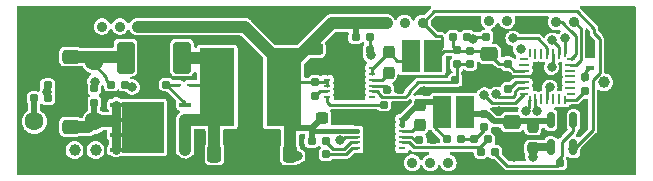
<source format=gbr>
%TF.GenerationSoftware,KiCad,Pcbnew,7.0.7*%
%TF.CreationDate,2024-07-30T16:01:34+03:00*%
%TF.ProjectId,Main_PCB_002,4d61696e-5f50-4434-925f-3030322e6b69,rev?*%
%TF.SameCoordinates,Original*%
%TF.FileFunction,Copper,L1,Top*%
%TF.FilePolarity,Positive*%
%FSLAX46Y46*%
G04 Gerber Fmt 4.6, Leading zero omitted, Abs format (unit mm)*
G04 Created by KiCad (PCBNEW 7.0.7) date 2024-07-30 16:01:34*
%MOMM*%
%LPD*%
G01*
G04 APERTURE LIST*
G04 Aperture macros list*
%AMRoundRect*
0 Rectangle with rounded corners*
0 $1 Rounding radius*
0 $2 $3 $4 $5 $6 $7 $8 $9 X,Y pos of 4 corners*
0 Add a 4 corners polygon primitive as box body*
4,1,4,$2,$3,$4,$5,$6,$7,$8,$9,$2,$3,0*
0 Add four circle primitives for the rounded corners*
1,1,$1+$1,$2,$3*
1,1,$1+$1,$4,$5*
1,1,$1+$1,$6,$7*
1,1,$1+$1,$8,$9*
0 Add four rect primitives between the rounded corners*
20,1,$1+$1,$2,$3,$4,$5,0*
20,1,$1+$1,$4,$5,$6,$7,0*
20,1,$1+$1,$6,$7,$8,$9,0*
20,1,$1+$1,$8,$9,$2,$3,0*%
%AMFreePoly0*
4,1,14,0.230680,0.111820,0.364320,-0.021821,0.377500,-0.053642,0.377500,-0.080000,0.364320,-0.111820,0.332500,-0.125000,-0.332500,-0.125000,-0.364320,-0.111820,-0.377500,-0.080000,-0.377500,0.080000,-0.364320,0.111820,-0.332500,0.125000,0.198860,0.125000,0.230680,0.111820,0.230680,0.111820,$1*%
%AMFreePoly1*
4,1,14,0.364320,0.111820,0.377500,0.080000,0.377501,0.053640,0.364318,0.021819,0.230680,-0.111820,0.198860,-0.125000,-0.332500,-0.125000,-0.364320,-0.111820,-0.377500,-0.080000,-0.377500,0.080000,-0.364320,0.111820,-0.332500,0.125000,0.332500,0.125000,0.364320,0.111820,0.364320,0.111820,$1*%
%AMFreePoly2*
4,1,15,0.053642,0.377500,0.080000,0.377500,0.111820,0.364320,0.125000,0.332500,0.125000,-0.332500,0.111820,-0.364320,0.080000,-0.377500,-0.080000,-0.377500,-0.111820,-0.364320,-0.125000,-0.332500,-0.125000,0.198860,-0.111820,0.230680,0.021820,0.364320,0.053640,0.377501,0.053642,0.377500,0.053642,0.377500,$1*%
%AMFreePoly3*
4,1,14,-0.021820,0.364320,0.111820,0.230679,0.125001,0.198860,0.125000,-0.332500,0.111820,-0.364320,0.080000,-0.377500,-0.080000,-0.377500,-0.111820,-0.364320,-0.125000,-0.332500,-0.125000,0.332500,-0.111820,0.364320,-0.080000,0.377500,-0.053640,0.377500,-0.021820,0.364320,-0.021820,0.364320,$1*%
%AMFreePoly4*
4,1,14,0.364320,0.111820,0.377500,0.080000,0.377500,-0.080000,0.364320,-0.111820,0.332500,-0.125000,-0.198860,-0.125001,-0.230680,-0.111818,-0.364320,0.021820,-0.377500,0.053640,-0.377500,0.080000,-0.364320,0.111820,-0.332500,0.125000,0.332500,0.125000,0.364320,0.111820,0.364320,0.111820,$1*%
%AMFreePoly5*
4,1,15,-0.198858,0.125000,0.332500,0.125000,0.364320,0.111820,0.377500,0.080000,0.377500,-0.080000,0.364320,-0.111820,0.332500,-0.125000,-0.332500,-0.125000,-0.364320,-0.111820,-0.377500,-0.080000,-0.377500,-0.053640,-0.364320,-0.021820,-0.230680,0.111820,-0.198860,0.125001,-0.198858,0.125000,-0.198858,0.125000,$1*%
%AMFreePoly6*
4,1,14,0.111820,0.364320,0.125000,0.332500,0.125001,-0.198860,0.111818,-0.230680,-0.021820,-0.364320,-0.053640,-0.377500,-0.080000,-0.377500,-0.111820,-0.364320,-0.125000,-0.332500,-0.125000,0.332500,-0.111820,0.364320,-0.080000,0.377500,0.080000,0.377500,0.111820,0.364320,0.111820,0.364320,$1*%
%AMFreePoly7*
4,1,14,0.111820,0.364320,0.125000,0.332500,0.125000,-0.332500,0.111820,-0.364320,0.080000,-0.377500,0.053640,-0.377501,0.021819,-0.364318,-0.111820,-0.230680,-0.125000,-0.198860,-0.125000,0.332500,-0.111820,0.364320,-0.080000,0.377500,0.080000,0.377500,0.111820,0.364320,0.111820,0.364320,$1*%
G04 Aperture macros list end*
%TA.AperFunction,ComponentPad*%
%ADD10C,0.900000*%
%TD*%
%TA.AperFunction,ComponentPad*%
%ADD11C,1.600000*%
%TD*%
%TA.AperFunction,SMDPad,CuDef*%
%ADD12RoundRect,0.237500X-0.300000X-0.237500X0.300000X-0.237500X0.300000X0.237500X-0.300000X0.237500X0*%
%TD*%
%TA.AperFunction,SMDPad,CuDef*%
%ADD13RoundRect,0.237500X0.237500X-0.300000X0.237500X0.300000X-0.237500X0.300000X-0.237500X-0.300000X0*%
%TD*%
%TA.AperFunction,ComponentPad*%
%ADD14C,2.200000*%
%TD*%
%TA.AperFunction,SMDPad,CuDef*%
%ADD15RoundRect,0.160000X0.160000X-0.197500X0.160000X0.197500X-0.160000X0.197500X-0.160000X-0.197500X0*%
%TD*%
%TA.AperFunction,SMDPad,CuDef*%
%ADD16RoundRect,0.250000X-0.475000X0.337500X-0.475000X-0.337500X0.475000X-0.337500X0.475000X0.337500X0*%
%TD*%
%TA.AperFunction,SMDPad,CuDef*%
%ADD17RoundRect,0.160000X0.197500X0.160000X-0.197500X0.160000X-0.197500X-0.160000X0.197500X-0.160000X0*%
%TD*%
%TA.AperFunction,SMDPad,CuDef*%
%ADD18FreePoly0,0.000000*%
%TD*%
%TA.AperFunction,SMDPad,CuDef*%
%ADD19RoundRect,0.062500X-0.375000X-0.062500X0.375000X-0.062500X0.375000X0.062500X-0.375000X0.062500X0*%
%TD*%
%TA.AperFunction,SMDPad,CuDef*%
%ADD20FreePoly1,0.000000*%
%TD*%
%TA.AperFunction,SMDPad,CuDef*%
%ADD21FreePoly2,0.000000*%
%TD*%
%TA.AperFunction,SMDPad,CuDef*%
%ADD22RoundRect,0.062500X-0.062500X-0.375000X0.062500X-0.375000X0.062500X0.375000X-0.062500X0.375000X0*%
%TD*%
%TA.AperFunction,SMDPad,CuDef*%
%ADD23FreePoly3,0.000000*%
%TD*%
%TA.AperFunction,SMDPad,CuDef*%
%ADD24FreePoly4,0.000000*%
%TD*%
%TA.AperFunction,SMDPad,CuDef*%
%ADD25FreePoly5,0.000000*%
%TD*%
%TA.AperFunction,SMDPad,CuDef*%
%ADD26FreePoly6,0.000000*%
%TD*%
%TA.AperFunction,SMDPad,CuDef*%
%ADD27FreePoly7,0.000000*%
%TD*%
%TA.AperFunction,SMDPad,CuDef*%
%ADD28R,1.016000X0.457200*%
%TD*%
%TA.AperFunction,ComponentPad*%
%ADD29C,1.000000*%
%TD*%
%TA.AperFunction,SMDPad,CuDef*%
%ADD30RoundRect,0.160000X-0.197500X-0.160000X0.197500X-0.160000X0.197500X0.160000X-0.197500X0.160000X0*%
%TD*%
%TA.AperFunction,SMDPad,CuDef*%
%ADD31RoundRect,0.062500X-0.117500X-0.062500X0.117500X-0.062500X0.117500X0.062500X-0.117500X0.062500X0*%
%TD*%
%TA.AperFunction,SMDPad,CuDef*%
%ADD32R,2.971800X6.604000*%
%TD*%
%TA.AperFunction,SMDPad,CuDef*%
%ADD33RoundRect,0.155000X-0.155000X0.212500X-0.155000X-0.212500X0.155000X-0.212500X0.155000X0.212500X0*%
%TD*%
%TA.AperFunction,SMDPad,CuDef*%
%ADD34RoundRect,0.155000X-0.212500X-0.155000X0.212500X-0.155000X0.212500X0.155000X-0.212500X0.155000X0*%
%TD*%
%TA.AperFunction,SMDPad,CuDef*%
%ADD35RoundRect,0.160000X-0.160000X0.197500X-0.160000X-0.197500X0.160000X-0.197500X0.160000X0.197500X0*%
%TD*%
%TA.AperFunction,SMDPad,CuDef*%
%ADD36RoundRect,0.155000X0.212500X0.155000X-0.212500X0.155000X-0.212500X-0.155000X0.212500X-0.155000X0*%
%TD*%
%TA.AperFunction,SMDPad,CuDef*%
%ADD37RoundRect,0.155000X0.155000X-0.212500X0.155000X0.212500X-0.155000X0.212500X-0.155000X-0.212500X0*%
%TD*%
%TA.AperFunction,SMDPad,CuDef*%
%ADD38RoundRect,0.250000X-0.337500X-0.475000X0.337500X-0.475000X0.337500X0.475000X-0.337500X0.475000X0*%
%TD*%
%TA.AperFunction,SMDPad,CuDef*%
%ADD39R,0.599999X0.249999*%
%TD*%
%TA.AperFunction,SMDPad,CuDef*%
%ADD40R,2.600000X2.999999*%
%TD*%
%TA.AperFunction,ComponentPad*%
%ADD41C,0.499999*%
%TD*%
%TA.AperFunction,SMDPad,CuDef*%
%ADD42RoundRect,0.250000X0.475000X-0.337500X0.475000X0.337500X-0.475000X0.337500X-0.475000X-0.337500X0*%
%TD*%
%TA.AperFunction,SMDPad,CuDef*%
%ADD43RoundRect,0.250000X0.500000X1.100000X-0.500000X1.100000X-0.500000X-1.100000X0.500000X-1.100000X0*%
%TD*%
%TA.AperFunction,SMDPad,CuDef*%
%ADD44RoundRect,0.150000X-0.150000X0.512500X-0.150000X-0.512500X0.150000X-0.512500X0.150000X0.512500X0*%
%TD*%
%TA.AperFunction,SMDPad,CuDef*%
%ADD45RoundRect,0.237500X0.237500X-0.250000X0.237500X0.250000X-0.237500X0.250000X-0.237500X-0.250000X0*%
%TD*%
%TA.AperFunction,SMDPad,CuDef*%
%ADD46R,0.711200X0.444500*%
%TD*%
%TA.AperFunction,SMDPad,CuDef*%
%ADD47RoundRect,0.250000X0.337500X0.475000X-0.337500X0.475000X-0.337500X-0.475000X0.337500X-0.475000X0*%
%TD*%
%TA.AperFunction,SMDPad,CuDef*%
%ADD48R,1.600200X2.692400*%
%TD*%
%TA.AperFunction,ViaPad*%
%ADD49C,0.800000*%
%TD*%
%TA.AperFunction,Conductor*%
%ADD50C,0.250000*%
%TD*%
%TA.AperFunction,Conductor*%
%ADD51C,0.500000*%
%TD*%
%TA.AperFunction,Conductor*%
%ADD52C,1.000000*%
%TD*%
%TA.AperFunction,Conductor*%
%ADD53C,0.750000*%
%TD*%
%TA.AperFunction,Conductor*%
%ADD54C,0.400000*%
%TD*%
%TA.AperFunction,Conductor*%
%ADD55C,0.700000*%
%TD*%
G04 APERTURE END LIST*
%TA.AperFunction,EtchedComponent*%
%TO.C,U1*%
G36*
X66332100Y-63004700D02*
G01*
X62776100Y-63004700D01*
X62776100Y-58686700D01*
X66332100Y-58686700D01*
X66332100Y-63004700D01*
G37*
%TD.AperFunction*%
%TD*%
D10*
%TO.P,D27,1,Conn*%
%TO.N,Net-(D11-Conn)*%
X87325200Y-63855600D03*
%TD*%
D11*
%TO.P,D3,1,Conn*%
%TO.N,Net-(D3-Conn)*%
X60401200Y-60350400D03*
%TD*%
D12*
%TO.P,C10,1*%
%TO.N,Net-(D11-Conn)*%
X79231300Y-54254400D03*
%TO.P,C10,2*%
%TO.N,GND2*%
X80956300Y-54254400D03*
%TD*%
D11*
%TO.P,D19,1,Conn*%
%TO.N,GND2*%
X55321200Y-55270400D03*
%TD*%
D13*
%TO.P,C14,1*%
%TO.N,Net-(U4-BST)*%
X85314600Y-56234500D03*
%TO.P,C14,2*%
%TO.N,Net-(C14-Pad2)*%
X85314600Y-54509500D03*
%TD*%
D14*
%TO.P,D29,1,Conn*%
%TO.N,GND2*%
X55626000Y-63246000D03*
%TD*%
D15*
%TO.P,R1,1*%
%TO.N,Net-(D3-Conn)*%
X60401200Y-58763500D03*
%TO.P,R1,2*%
%TO.N,Net-(U2-PB5)*%
X60401200Y-57568500D03*
%TD*%
D10*
%TO.P,D12,1,Conn*%
%TO.N,Net-(D12-Conn)*%
X62585600Y-52324000D03*
%TD*%
D16*
%TO.P,C19,1*%
%TO.N,Net-(D13-Conn)*%
X93849000Y-54668600D03*
%TO.P,C19,2*%
%TO.N,GND2*%
X93849000Y-56743600D03*
%TD*%
D17*
%TO.P,R3,1*%
%TO.N,Net-(U2-PA5)*%
X56476900Y-58394600D03*
%TO.P,R3,2*%
%TO.N,Net-(D1-Conn)*%
X55281900Y-58394600D03*
%TD*%
D11*
%TO.P,D2,1,Conn*%
%TO.N,Net-(D2-Conn)*%
X60401200Y-55270400D03*
%TD*%
D14*
%TO.P,D30,1,Conn*%
%TO.N,GND2*%
X104394000Y-52578000D03*
%TD*%
D18*
%TO.P,U2,1,PC14*%
%TO.N,unconnected-(U2-PC14-Pad1)*%
X96757700Y-55047500D03*
D19*
%TO.P,U2,2,PC15*%
%TO.N,unconnected-(U2-PC15-Pad2)*%
X96817700Y-55547500D03*
%TO.P,U2,3,VDD*%
%TO.N,Net-(D13-Conn)*%
X96817700Y-56047500D03*
%TO.P,U2,4,VSS*%
%TO.N,GND2*%
X96817700Y-56547500D03*
%TO.P,U2,5,PF2*%
%TO.N,Net-(U2-PF2)*%
X96817700Y-57047500D03*
%TO.P,U2,6,PA0*%
%TO.N,Net-(U2-PA0)*%
X96817700Y-57547500D03*
D20*
%TO.P,U2,7,PA1*%
%TO.N,Net-(U2-PA1)*%
X96757700Y-58047500D03*
D21*
%TO.P,U2,8,PA2*%
%TO.N,Net-(D6-Conn)*%
X97255200Y-58545000D03*
D22*
%TO.P,U2,9,PA3*%
%TO.N,Net-(D7-Conn)*%
X97755200Y-58485000D03*
%TO.P,U2,10,PA4*%
%TO.N,unconnected-(U2-PA4-Pad10)*%
X98255200Y-58485000D03*
%TO.P,U2,11,PA5*%
%TO.N,Net-(U2-PA5)*%
X98755200Y-58485000D03*
%TO.P,U2,12,PA6*%
%TO.N,unconnected-(U2-PA6-Pad12)*%
X99255200Y-58485000D03*
%TO.P,U2,13,PA7*%
%TO.N,unconnected-(U2-PA7-Pad13)*%
X99755200Y-58485000D03*
D23*
%TO.P,U2,14,PB0*%
%TO.N,Net-(U2-PB0)*%
X100255200Y-58545000D03*
D24*
%TO.P,U2,15,PB1*%
%TO.N,unconnected-(U2-PB1-Pad15)*%
X100752700Y-58047500D03*
D19*
%TO.P,U2,16,PA8*%
%TO.N,unconnected-(U2-PA8-Pad16)*%
X100692700Y-57547500D03*
%TO.P,U2,17,PC6*%
%TO.N,unconnected-(U2-PC6-Pad17)*%
X100692700Y-57047500D03*
%TO.P,U2,18,PA11/PA9*%
%TO.N,unconnected-(U2-PA11{slash}PA9-Pad18)*%
X100692700Y-56547500D03*
%TO.P,U2,19,PA12/PA10*%
%TO.N,unconnected-(U2-PA12{slash}PA10-Pad19)*%
X100692700Y-56047500D03*
%TO.P,U2,20,PA13*%
%TO.N,Net-(D8-Conn)*%
X100692700Y-55547500D03*
D25*
%TO.P,U2,21,PA14*%
%TO.N,Net-(D9-Conn)*%
X100752700Y-55047500D03*
D26*
%TO.P,U2,22,PA15*%
%TO.N,Net-(D12-Conn)*%
X100255200Y-54550000D03*
D22*
%TO.P,U2,23,PB3*%
%TO.N,Net-(U2-PB3)*%
X99755200Y-54610000D03*
%TO.P,U2,24,PB4*%
%TO.N,Net-(U2-PB4)*%
X99255200Y-54610000D03*
%TO.P,U2,25,PB5*%
%TO.N,Net-(U2-PB5)*%
X98755200Y-54610000D03*
%TO.P,U2,26,PB6*%
%TO.N,unconnected-(U2-PB6-Pad26)*%
X98255200Y-54610000D03*
%TO.P,U2,27,PB7*%
%TO.N,unconnected-(U2-PB7-Pad27)*%
X97755200Y-54610000D03*
D27*
%TO.P,U2,28,PB8*%
%TO.N,unconnected-(U2-PB8-Pad28)*%
X97255200Y-54550000D03*
%TD*%
D10*
%TO.P,D20,1,Conn*%
%TO.N,GND2*%
X89712800Y-52019200D03*
%TD*%
D28*
%TO.P,U1,1,S*%
%TO.N,Net-(D4-K)*%
X68110100Y-62750700D03*
%TO.P,U1,2,S*%
X68110100Y-61480700D03*
%TO.P,U1,3,S*%
X68110100Y-60210700D03*
%TO.P,U1,4,G*%
%TO.N,Net-(D5-A)*%
X68110100Y-58940700D03*
%TO.P,U1,5,D*%
%TO.N,Net-(D3-Conn)*%
X62268100Y-58940700D03*
%TO.P,U1,6,D*%
X62268100Y-60210700D03*
%TO.P,U1,7,D*%
X62268100Y-61480700D03*
%TO.P,U1,8,D*%
X62268100Y-62750700D03*
%TD*%
D29*
%TO.P,D18,1,Conn*%
%TO.N,GND2*%
X103581200Y-58674000D03*
%TD*%
D30*
%TO.P,R2,1*%
%TO.N,Net-(D2-Conn)*%
X61835700Y-57251600D03*
%TO.P,R2,2*%
%TO.N,Net-(U2-PB4)*%
X63030700Y-57251600D03*
%TD*%
D31*
%TO.P,D5,1,K*%
%TO.N,Net-(D4-K)*%
X68415200Y-57238900D03*
%TO.P,D5,2,A*%
%TO.N,Net-(D5-A)*%
X67575200Y-57238900D03*
%TD*%
D32*
%TO.P,L1,1,1*%
%TO.N,Net-(D11-Conn)*%
X76432500Y-57454800D03*
%TO.P,L1,2,2*%
%TO.N,Net-(D4-K)*%
X70793700Y-57454800D03*
%TD*%
D17*
%TO.P,R12,1*%
%TO.N,Net-(C17-Pad2)*%
X91462000Y-61874400D03*
%TO.P,R12,2*%
%TO.N,Net-(C12-Pad2)*%
X90267000Y-61874400D03*
%TD*%
D30*
%TO.P,R8,1*%
%TO.N,GND2*%
X82525700Y-54339100D03*
%TO.P,R8,2*%
%TO.N,Net-(U2-PA0)*%
X83720700Y-54339100D03*
%TD*%
D33*
%TO.P,C17,1*%
%TO.N,Net-(U5-+)*%
X93421200Y-59732100D03*
%TO.P,C17,2*%
%TO.N,Net-(C17-Pad2)*%
X93421200Y-60867100D03*
%TD*%
D17*
%TO.P,R7,1*%
%TO.N,Net-(U2-PA0)*%
X83718400Y-53238400D03*
%TO.P,R7,2*%
%TO.N,Net-(D11-Conn)*%
X82523400Y-53238400D03*
%TD*%
D34*
%TO.P,C11,1*%
%TO.N,Net-(U4-SS)*%
X84903500Y-58928000D03*
%TO.P,C11,2*%
%TO.N,GND2*%
X86038500Y-58928000D03*
%TD*%
D33*
%TO.P,C21,1*%
%TO.N,Net-(D13-Conn)*%
X92223400Y-54356000D03*
%TO.P,C21,2*%
%TO.N,Net-(U4-FB)*%
X92223400Y-55491000D03*
%TD*%
D10*
%TO.P,D22,1,Conn*%
%TO.N,Net-(D13-Conn)*%
X88188800Y-52019200D03*
%TD*%
D16*
%TO.P,C15,1*%
%TO.N,Net-(U5-+)*%
X95758000Y-60430500D03*
%TO.P,C15,2*%
%TO.N,GND2*%
X95758000Y-62505500D03*
%TD*%
D35*
%TO.P,R9,1*%
%TO.N,Net-(LED1-Pad2)*%
X101981000Y-56628700D03*
%TO.P,R9,2*%
%TO.N,Net-(U2-PB0)*%
X101981000Y-57823700D03*
%TD*%
D11*
%TO.P,D1,1,Conn*%
%TO.N,Net-(D1-Conn)*%
X55321200Y-60350400D03*
%TD*%
D36*
%TO.P,C3,1*%
%TO.N,Net-(U2-PA5)*%
X56446900Y-57277000D03*
%TO.P,C3,2*%
%TO.N,GND2*%
X55311900Y-57277000D03*
%TD*%
D10*
%TO.P,D25,1,Conn*%
%TO.N,Net-(D12-Conn)*%
X88849200Y-63855600D03*
%TD*%
D37*
%TO.P,C6,1*%
%TO.N,Net-(U2-PF2)*%
X95402400Y-57615900D03*
%TO.P,C6,2*%
%TO.N,GND2*%
X95402400Y-56480900D03*
%TD*%
%TO.P,C7,1*%
%TO.N,Net-(D13-Conn)*%
X95402400Y-55473600D03*
%TO.P,C7,2*%
%TO.N,GND2*%
X95402400Y-54338600D03*
%TD*%
D10*
%TO.P,D21,1,Conn*%
%TO.N,GND2*%
X91897200Y-63855600D03*
%TD*%
D34*
%TO.P,C13,1*%
%TO.N,Net-(U3-VCC)*%
X87909400Y-61925200D03*
%TO.P,C13,2*%
%TO.N,GND2*%
X89044400Y-61925200D03*
%TD*%
D10*
%TO.P,D10,1,Conn*%
%TO.N,GND2*%
X97993200Y-51917600D03*
%TD*%
%TO.P,D7,1,Conn*%
%TO.N,Net-(D7-Conn)*%
X95351600Y-51816000D03*
%TD*%
D30*
%TO.P,R4,1*%
%TO.N,GND2*%
X65314900Y-57238900D03*
%TO.P,R4,2*%
%TO.N,Net-(D5-A)*%
X66509900Y-57238900D03*
%TD*%
D10*
%TO.P,D24,1,Conn*%
%TO.N,Net-(D12-Conn)*%
X86664800Y-52019200D03*
%TD*%
D13*
%TO.P,C12,1*%
%TO.N,Net-(U3-BST)*%
X87994300Y-60654100D03*
%TO.P,C12,2*%
%TO.N,Net-(C12-Pad2)*%
X87994300Y-58929100D03*
%TD*%
D29*
%TO.P,D17,1,Conn*%
%TO.N,Net-(D16-Conn)*%
X103581200Y-57048400D03*
%TD*%
D38*
%TO.P,C4,1*%
%TO.N,Net-(D4-K)*%
X70569000Y-63093600D03*
%TO.P,C4,2*%
%TO.N,GND2*%
X72644000Y-63093600D03*
%TD*%
D17*
%TO.P,R5,1*%
%TO.N,Net-(U2-PA1)*%
X91986700Y-53187600D03*
%TO.P,R5,2*%
%TO.N,Net-(D13-Conn)*%
X90791700Y-53187600D03*
%TD*%
D39*
%TO.P,U4,1,AGND*%
%TO.N,GND2*%
X80112601Y-55817600D03*
%TO.P,U4,2,PGND*%
X80112601Y-56317599D03*
%TO.P,U4,3,VIN*%
%TO.N,Net-(D11-Conn)*%
X80112601Y-56817600D03*
%TO.P,U4,4,EN_UVLO*%
X80112601Y-57317600D03*
%TO.P,U4,5,RON*%
%TO.N,Net-(U4-RON)*%
X80112601Y-57817598D03*
%TO.P,U4,6,SS*%
%TO.N,Net-(U4-SS)*%
X80112601Y-58317600D03*
%TO.P,U4,7,FPWM*%
%TO.N,unconnected-(U4-FPWM-Pad7)*%
X83912599Y-58317600D03*
%TO.P,U4,8,FB*%
%TO.N,Net-(U4-FB)*%
X83912599Y-57817598D03*
%TO.P,U4,9,VCC*%
%TO.N,Net-(U4-VCC)*%
X83912599Y-57317600D03*
%TO.P,U4,10,BST*%
%TO.N,Net-(U4-BST)*%
X83912599Y-56817598D03*
%TO.P,U4,11,SW*%
%TO.N,Net-(C14-Pad2)*%
X83912599Y-56317599D03*
%TO.P,U4,12,SW*%
X83912599Y-55817600D03*
D40*
%TO.P,U4,13,PAD*%
%TO.N,GND2*%
X82012600Y-57067600D03*
D41*
%TO.P,U4,V*%
X81012599Y-57067600D03*
X82012600Y-55867600D03*
X82012600Y-57067600D03*
X82012600Y-58267600D03*
X83012601Y-57067600D03*
%TD*%
D10*
%TO.P,D23,1,Conn*%
%TO.N,Net-(D13-Conn)*%
X90373200Y-63855600D03*
%TD*%
%TO.P,D13,1,Conn*%
%TO.N,Net-(D13-Conn)*%
X61061600Y-52324000D03*
%TD*%
D42*
%TO.P,C2,1*%
%TO.N,Net-(D3-Conn)*%
X58421950Y-60805650D03*
%TO.P,C2,2*%
%TO.N,GND2*%
X58421950Y-58730650D03*
%TD*%
D29*
%TO.P,D16,1,Conn*%
%TO.N,Net-(D16-Conn)*%
X58724800Y-62788800D03*
%TD*%
D10*
%TO.P,D11,1,Conn*%
%TO.N,Net-(D11-Conn)*%
X64109600Y-52324000D03*
%TD*%
D34*
%TO.P,C16,1*%
%TO.N,Net-(U4-VCC)*%
X85182900Y-57658000D03*
%TO.P,C16,2*%
%TO.N,GND2*%
X86317900Y-57658000D03*
%TD*%
D16*
%TO.P,C1,1*%
%TO.N,Net-(D2-Conn)*%
X58421950Y-54869850D03*
%TO.P,C1,2*%
%TO.N,GND2*%
X58421950Y-56944850D03*
%TD*%
D10*
%TO.P,D8,1,Conn*%
%TO.N,Net-(D8-Conn)*%
X101041200Y-51917600D03*
%TD*%
D17*
%TO.P,R13,1*%
%TO.N,Net-(R13-Pad1)*%
X94323500Y-62941200D03*
%TO.P,R13,2*%
%TO.N,Net-(U3-FB)*%
X93128500Y-62941200D03*
%TD*%
D14*
%TO.P,D28,1,Conn*%
%TO.N,GND2*%
X55626000Y-52324000D03*
%TD*%
D43*
%TO.P,D4,1,K*%
%TO.N,Net-(D4-K)*%
X67843100Y-54952900D03*
%TO.P,D4,2,A*%
%TO.N,Net-(D2-Conn)*%
X63043100Y-54952900D03*
%TD*%
D44*
%TO.P,U5,1*%
%TO.N,Net-(R13-Pad1)*%
X100960000Y-60259800D03*
%TO.P,U5,2,GND*%
%TO.N,GND2*%
X100010000Y-60259800D03*
%TO.P,U5,3,+*%
%TO.N,Net-(U5-+)*%
X99060000Y-60259800D03*
%TO.P,U5,4,-*%
%TO.N,Net-(D15-Conn)*%
X99060000Y-62534800D03*
%TO.P,U5,5,V+*%
%TO.N,Net-(D13-Conn)*%
X100960000Y-62534800D03*
%TD*%
D39*
%TO.P,U3,1,AGND*%
%TO.N,GND2*%
X82639901Y-60135600D03*
%TO.P,U3,2,PGND*%
X82639901Y-60635599D03*
%TO.P,U3,3,VIN*%
%TO.N,Net-(D11-Conn)*%
X82639901Y-61135600D03*
%TO.P,U3,4,EN_UVLO*%
%TO.N,Net-(U2-PB3)*%
X82639901Y-61635600D03*
%TO.P,U3,5,RON*%
%TO.N,Net-(U3-RON)*%
X82639901Y-62135598D03*
%TO.P,U3,6,SS*%
%TO.N,Net-(U3-SS)*%
X82639901Y-62635600D03*
%TO.P,U3,7,FPWM*%
%TO.N,unconnected-(U3-FPWM-Pad7)*%
X86439899Y-62635600D03*
%TO.P,U3,8,FB*%
%TO.N,Net-(U3-FB)*%
X86439899Y-62135598D03*
%TO.P,U3,9,VCC*%
%TO.N,Net-(U3-VCC)*%
X86439899Y-61635600D03*
%TO.P,U3,10,BST*%
%TO.N,Net-(U3-BST)*%
X86439899Y-61135598D03*
%TO.P,U3,11,SW*%
%TO.N,Net-(C12-Pad2)*%
X86439899Y-60635599D03*
%TO.P,U3,12,SW*%
X86439899Y-60135600D03*
D40*
%TO.P,U3,13,PAD*%
%TO.N,GND2*%
X84539900Y-61385600D03*
D41*
%TO.P,U3,V*%
X83539899Y-61385600D03*
X84539900Y-60185600D03*
X84539900Y-61385600D03*
X84539900Y-62585600D03*
X85539901Y-61385600D03*
%TD*%
D45*
%TO.P,R16,1*%
%TO.N,Net-(D15-Conn)*%
X97536000Y-62634500D03*
%TO.P,R16,2*%
%TO.N,Net-(U5-+)*%
X97536000Y-60809500D03*
%TD*%
D10*
%TO.P,D9,1,Conn*%
%TO.N,Net-(D9-Conn)*%
X99517200Y-51917600D03*
%TD*%
D46*
%TO.P,LED1,1*%
%TO.N,GND2*%
X102362000Y-54717950D03*
%TO.P,LED1,2*%
%TO.N,Net-(LED1-Pad2)*%
X102362000Y-55873650D03*
%TD*%
D17*
%TO.P,R15,1*%
%TO.N,GND2*%
X92160500Y-56845200D03*
%TO.P,R15,2*%
%TO.N,Net-(U4-FB)*%
X90965500Y-56845200D03*
%TD*%
D12*
%TO.P,C8,1*%
%TO.N,Net-(D11-Conn)*%
X79689600Y-60045600D03*
%TO.P,C8,2*%
%TO.N,GND2*%
X81414600Y-60045600D03*
%TD*%
D17*
%TO.P,R6,1*%
%TO.N,GND2*%
X94780700Y-53187600D03*
%TO.P,R6,2*%
%TO.N,Net-(U2-PA1)*%
X93585700Y-53187600D03*
%TD*%
D34*
%TO.P,C20,1*%
%TO.N,Net-(D13-Conn)*%
X99813300Y-63906400D03*
%TO.P,C20,2*%
%TO.N,GND2*%
X100948300Y-63906400D03*
%TD*%
D15*
%TO.P,R11,1*%
%TO.N,Net-(U4-RON)*%
X79095600Y-58216800D03*
%TO.P,R11,2*%
%TO.N,Net-(D11-Conn)*%
X79095600Y-57021800D03*
%TD*%
D10*
%TO.P,D14,1,Conn*%
%TO.N,GND2*%
X59563000Y-52349400D03*
%TD*%
%TO.P,D6,1,Conn*%
%TO.N,Net-(D6-Conn)*%
X93827600Y-51816000D03*
%TD*%
D14*
%TO.P,D31,1,Conn*%
%TO.N,GND2*%
X104394000Y-63246000D03*
%TD*%
D47*
%TO.P,C5,1*%
%TO.N,Net-(D11-Conn)*%
X76962000Y-63093600D03*
%TO.P,C5,2*%
%TO.N,GND2*%
X74887000Y-63093600D03*
%TD*%
D48*
%TO.P,L2,1,1*%
%TO.N,Net-(U5-+)*%
X91782900Y-59537600D03*
%TO.P,L2,2,2*%
%TO.N,Net-(C12-Pad2)*%
X89877900Y-59537600D03*
%TD*%
D29*
%TO.P,D15,1,Conn*%
%TO.N,Net-(D15-Conn)*%
X60502800Y-62788800D03*
%TD*%
D15*
%TO.P,R14,1*%
%TO.N,Net-(U4-FB)*%
X91105800Y-55524400D03*
%TO.P,R14,2*%
%TO.N,Net-(D13-Conn)*%
X91105800Y-54329400D03*
%TD*%
D36*
%TO.P,C9,1*%
%TO.N,Net-(U3-SS)*%
X80010000Y-63144400D03*
%TO.P,C9,2*%
%TO.N,GND2*%
X78875000Y-63144400D03*
%TD*%
D34*
%TO.P,C18,1*%
%TO.N,Net-(C17-Pad2)*%
X92583000Y-61874400D03*
%TO.P,C18,2*%
%TO.N,Net-(U3-FB)*%
X93718000Y-61874400D03*
%TD*%
D10*
%TO.P,D26,1,Conn*%
%TO.N,Net-(D11-Conn)*%
X85140800Y-52019200D03*
%TD*%
D48*
%TO.P,L3,1,1*%
%TO.N,Net-(D13-Conn)*%
X89090500Y-54813200D03*
%TO.P,L3,2,2*%
%TO.N,Net-(C14-Pad2)*%
X87185500Y-54813200D03*
%TD*%
D17*
%TO.P,R10,1*%
%TO.N,Net-(U3-RON)*%
X79997900Y-62026800D03*
%TO.P,R10,2*%
%TO.N,Net-(D11-Conn)*%
X78802900Y-62026800D03*
%TD*%
D49*
%TO.N,Net-(U2-PA5)*%
X98971353Y-57486101D03*
X56426100Y-57873900D03*
%TO.N,GND2*%
X99629577Y-61401247D03*
X94192352Y-56031975D03*
X99656259Y-56637226D03*
X73609200Y-55930800D03*
X94661803Y-59513546D03*
X73609200Y-59080400D03*
X95910400Y-63385100D03*
X102362000Y-54203600D03*
X73609200Y-60096400D03*
X79095600Y-55626000D03*
X73660000Y-54762400D03*
X86614000Y-57150000D03*
X77384701Y-53457901D03*
X73609200Y-58013600D03*
X67056000Y-59436000D03*
X104241600Y-55422800D03*
X73609200Y-61163200D03*
X65278000Y-55118000D03*
X88290400Y-57759600D03*
X75666600Y-52247800D03*
%TO.N,Net-(D7-Conn)*%
X97924745Y-59514700D03*
%TO.N,Net-(D11-Conn)*%
X77622400Y-63296800D03*
%TO.N,Net-(D13-Conn)*%
X100888800Y-62687200D03*
%TO.N,Net-(D15-Conn)*%
X97536000Y-63385100D03*
%TO.N,Net-(D6-Conn)*%
X96925243Y-59514700D03*
%TO.N,Net-(U2-PB5)*%
X60452000Y-56997600D03*
X95855301Y-53315500D03*
%TO.N,Net-(U2-PB4)*%
X96520000Y-54254400D03*
X63601600Y-57454343D03*
X99110800Y-55778400D03*
%TO.N,Net-(U2-PA1)*%
X92494408Y-53397971D03*
X93421200Y-58115200D03*
%TO.N,Net-(U2-PA0)*%
X94437200Y-58064400D03*
X83820000Y-54762400D03*
%TO.N,Net-(D12-Conn)*%
X100279200Y-53289200D03*
%TO.N,Net-(U2-PB3)*%
X99161600Y-53492400D03*
X81229200Y-61925200D03*
X81229200Y-61925200D03*
%TD*%
D50*
%TO.N,Net-(U2-PA5)*%
X98755200Y-57702254D02*
X98755200Y-58485000D01*
X56446900Y-57853100D02*
X56426100Y-57873900D01*
X56446900Y-57894700D02*
X56446900Y-58364600D01*
X98971353Y-57486101D02*
X98755200Y-57702254D01*
X56426100Y-57873900D02*
X56446900Y-57894700D01*
X56446900Y-58364600D02*
X56476900Y-58394600D01*
X56446900Y-57277000D02*
X56446900Y-57853100D01*
D51*
%TO.N,GND2*%
X83199900Y-60045600D02*
X84044926Y-60890626D01*
X81414600Y-60045600D02*
X83199900Y-60045600D01*
D50*
X80112601Y-56317599D02*
X80112601Y-55817600D01*
X82639901Y-60135600D02*
X82639901Y-60610600D01*
%TO.N,Net-(D7-Conn)*%
X97924745Y-59514700D02*
X97755200Y-59345155D01*
X97755200Y-59345155D02*
X97755200Y-58485000D01*
%TO.N,Net-(U2-PF2)*%
X96817700Y-57047500D02*
X96072400Y-57047500D01*
X96072400Y-57047500D02*
X95402400Y-57717500D01*
D52*
%TO.N,Net-(D4-K)*%
X68110100Y-60210700D02*
X68110100Y-62750700D01*
D50*
X68453300Y-57251600D02*
X70590500Y-57251600D01*
D52*
X70793700Y-59035100D02*
X70793700Y-57454800D01*
X69618100Y-60210700D02*
X70793700Y-59035100D01*
D50*
X70793700Y-59000300D02*
X70793700Y-57454800D01*
D52*
X67843100Y-54952900D02*
X69291200Y-54952900D01*
X68110100Y-60210700D02*
X69618100Y-60210700D01*
D50*
X69291200Y-54952900D02*
X69291200Y-54762400D01*
X70590500Y-57251600D02*
X70793700Y-57454800D01*
D52*
X70569000Y-57679500D02*
X70793700Y-57454800D01*
X70569000Y-63093600D02*
X70569000Y-57679500D01*
D50*
%TO.N,Net-(D5-A)*%
X68110100Y-58839100D02*
X66509900Y-57238900D01*
X67575200Y-57238900D02*
X66509900Y-57238900D01*
X68110100Y-58940700D02*
X68110100Y-58839100D01*
%TO.N,Net-(U3-BST)*%
X86439899Y-61135598D02*
X87309602Y-61135598D01*
X87309602Y-61135598D02*
X87994300Y-60450900D01*
%TO.N,Net-(D2-Conn)*%
X61429900Y-56603900D02*
X60096400Y-55270400D01*
D52*
X58445400Y-54893300D02*
X62907300Y-54893300D01*
D50*
X62869200Y-55541000D02*
X63043100Y-55714900D01*
X58421950Y-54869850D02*
X58445400Y-54893300D01*
X61429900Y-56603900D02*
X61429900Y-56845800D01*
X61429900Y-56845800D02*
X61835700Y-57251600D01*
D51*
%TO.N,Net-(D1-Conn)*%
X55321200Y-58433900D02*
X55281900Y-58394600D01*
X55321200Y-60350400D02*
X55321200Y-58433900D01*
D50*
%TO.N,Net-(U3-SS)*%
X82639901Y-62635600D02*
X82246000Y-62635600D01*
X82246000Y-62635600D02*
X81737200Y-63144400D01*
X81737200Y-63144400D02*
X80010000Y-63144400D01*
%TO.N,Net-(U4-SS)*%
X84903500Y-58928000D02*
X80348002Y-58928000D01*
X80112601Y-58692599D02*
X80112601Y-58317600D01*
X80348002Y-58928000D02*
X80112601Y-58692599D01*
%TO.N,Net-(U3-VCC)*%
X87595900Y-61976000D02*
X87255500Y-61635600D01*
X87255500Y-61635600D02*
X86439899Y-61635600D01*
D52*
%TO.N,Net-(D3-Conn)*%
X58474700Y-60858400D02*
X58421950Y-60805650D01*
X59893200Y-60858400D02*
X58474700Y-60858400D01*
D50*
X59244900Y-60768900D02*
X59232800Y-60756800D01*
X59232800Y-60756800D02*
X58470800Y-60756800D01*
D53*
X62268100Y-58940700D02*
X62268100Y-62750700D01*
D52*
X61936400Y-60350400D02*
X62076100Y-60210700D01*
X60401200Y-60350400D02*
X59893200Y-60858400D01*
D51*
X60401200Y-58763500D02*
X60401200Y-60350400D01*
D52*
X60401200Y-60350400D02*
X61936400Y-60350400D01*
D50*
X58421950Y-60805650D02*
X58900650Y-60326950D01*
%TO.N,Net-(U4-BST)*%
X84731502Y-56817598D02*
X83912599Y-56817598D01*
X85314600Y-56234500D02*
X84731502Y-56817598D01*
%TO.N,Net-(D8-Conn)*%
X101041200Y-51917600D02*
X101600000Y-52476400D01*
X101600000Y-52476400D02*
X101600000Y-55135959D01*
X101188459Y-55547500D02*
X100692700Y-55547500D01*
X101600000Y-55135959D02*
X101188459Y-55547500D01*
%TO.N,Net-(D9-Conn)*%
X99974400Y-51917600D02*
X99517200Y-51917600D01*
X101150000Y-54650200D02*
X101150000Y-53093200D01*
X100266200Y-52238616D02*
X100266200Y-52209400D01*
X100752700Y-55047500D02*
X101150000Y-54650200D01*
X101150000Y-53093200D02*
X100749400Y-52692600D01*
X100749400Y-52692600D02*
X100720184Y-52692600D01*
X100266200Y-52209400D02*
X99974400Y-51917600D01*
X100720184Y-52692600D02*
X100266200Y-52238616D01*
%TO.N,Net-(D11-Conn)*%
X80112601Y-57317600D02*
X80112601Y-56817600D01*
D51*
X79689600Y-60045600D02*
X78802900Y-60932300D01*
D52*
X80518000Y-52019200D02*
X78333600Y-54203600D01*
D50*
X80112601Y-57048400D02*
X79122200Y-57048400D01*
X76865500Y-57021800D02*
X76432500Y-57454800D01*
X80112601Y-56817600D02*
X80112601Y-57048400D01*
X79122200Y-57048400D02*
X79095600Y-57021800D01*
X76962000Y-63093600D02*
X77774800Y-63093600D01*
D52*
X76962000Y-61010800D02*
X76962000Y-61214000D01*
X85140800Y-52019200D02*
X82397600Y-52019200D01*
X76432500Y-55638700D02*
X76432500Y-57454800D01*
D51*
X77040500Y-60932300D02*
X76962000Y-61010800D01*
X78802900Y-60932300D02*
X78802900Y-61214000D01*
X78802900Y-61214000D02*
X78802900Y-62026800D01*
X78881300Y-61135600D02*
X78802900Y-61214000D01*
D52*
X78333600Y-54254400D02*
X76432500Y-56155500D01*
X78333600Y-54203600D02*
X78333600Y-54254400D01*
D51*
X82523400Y-52145000D02*
X82397600Y-52019200D01*
D54*
X82639901Y-61135600D02*
X78881300Y-61135600D01*
D52*
X79231300Y-54254400D02*
X78333600Y-54254400D01*
D51*
X82523400Y-53238400D02*
X82523400Y-52145000D01*
X78802900Y-60932300D02*
X77040500Y-60932300D01*
D52*
X73117800Y-52324000D02*
X76432500Y-55638700D01*
X76962000Y-61214000D02*
X76962000Y-63093600D01*
X76962000Y-57984300D02*
X76962000Y-61010800D01*
X82397600Y-52019200D02*
X80518000Y-52019200D01*
X64109600Y-52324000D02*
X73117800Y-52324000D01*
D50*
X76432500Y-57454800D02*
X76962000Y-57984300D01*
X79095600Y-57021800D02*
X76865500Y-57021800D01*
X78841600Y-62026800D02*
X78841600Y-61620400D01*
D52*
X76432500Y-56155500D02*
X76432500Y-57454800D01*
D50*
X75820200Y-57021800D02*
X79095600Y-57021800D01*
%TO.N,Net-(C17-Pad2)*%
X93421200Y-61044900D02*
X93421200Y-60867100D01*
X92591700Y-61874400D02*
X93421200Y-61044900D01*
X92252800Y-61874400D02*
X91462000Y-61874400D01*
X92583000Y-61874400D02*
X92591700Y-61874400D01*
%TO.N,Net-(D13-Conn)*%
X103195000Y-53350895D02*
X103195000Y-56267873D01*
X89213500Y-55219600D02*
X89213500Y-55193600D01*
X89213500Y-55193600D02*
X90000300Y-54406800D01*
X90000300Y-54406800D02*
X93587200Y-54406800D01*
X89167000Y-51041000D02*
X101260616Y-51041000D01*
X93587200Y-54406800D02*
X93849000Y-54668600D01*
X102713105Y-52493489D02*
X102713105Y-52869000D01*
X88188800Y-52019200D02*
X89167000Y-51041000D01*
X88188800Y-52019200D02*
X89308400Y-53138800D01*
X89739178Y-53138800D02*
X89812400Y-53212022D01*
X102713105Y-52869000D02*
X103195000Y-53350895D01*
X89812400Y-54091300D02*
X89090500Y-54813200D01*
X90791700Y-53187600D02*
X90791700Y-54015300D01*
X89308400Y-53138800D02*
X89739178Y-53138800D01*
X101260616Y-51041000D02*
X102713105Y-52493489D01*
X95402400Y-55473600D02*
X94654000Y-55473600D01*
X103195000Y-56267873D02*
X102600600Y-56862273D01*
X94654000Y-55473600D02*
X93849000Y-54668600D01*
X89812400Y-53212022D02*
X89812400Y-54091300D01*
X96817700Y-56047500D02*
X95976300Y-56047500D01*
X90791700Y-54015300D02*
X91105800Y-54329400D01*
X101142800Y-62534800D02*
X100960000Y-62534800D01*
X95976300Y-56047500D02*
X95402400Y-55473600D01*
X102600600Y-61077000D02*
X101142800Y-62534800D01*
X102600600Y-56862273D02*
X102600600Y-61077000D01*
%TO.N,Net-(U4-VCC)*%
X85067100Y-57317600D02*
X83912599Y-57317600D01*
X85407500Y-57658000D02*
X85067100Y-57317600D01*
D55*
%TO.N,Net-(D15-Conn)*%
X97635700Y-62534800D02*
X99060000Y-62534800D01*
D50*
X97536000Y-62778200D02*
X97341500Y-62583700D01*
X97536000Y-62634500D02*
X97635700Y-62534800D01*
X97536000Y-63385100D02*
X97536000Y-62778200D01*
X97536000Y-63385100D02*
X97536000Y-62634500D01*
%TO.N,Net-(U4-FB)*%
X92190000Y-55524400D02*
X92223400Y-55491000D01*
X84490400Y-57972800D02*
X84490400Y-58011823D01*
X87010400Y-57871200D02*
X87847000Y-57034600D01*
X91105800Y-55524400D02*
X91105800Y-56704900D01*
X87010400Y-58011823D02*
X87010400Y-57871200D01*
X84771577Y-58293000D02*
X86729223Y-58293000D01*
X86729223Y-58293000D02*
X87010400Y-58011823D01*
X83912599Y-57817598D02*
X84335198Y-57817598D01*
X87847000Y-57034600D02*
X90776100Y-57034600D01*
X91105800Y-55524400D02*
X92190000Y-55524400D01*
X84335198Y-57817598D02*
X84490400Y-57972800D01*
X90776100Y-57034600D02*
X90965500Y-56845200D01*
X91105800Y-56704900D02*
X90965500Y-56845200D01*
X84490400Y-58011823D02*
X84771577Y-58293000D01*
%TO.N,Net-(D6-Conn)*%
X97231200Y-59208743D02*
X97231200Y-58569000D01*
X97231200Y-58569000D02*
X97255200Y-58545000D01*
X96925243Y-59514700D02*
X97231200Y-59208743D01*
%TO.N,Net-(U2-PB5)*%
X97946208Y-53315500D02*
X98755200Y-54124492D01*
X98755200Y-54124492D02*
X98755200Y-54610000D01*
X95855301Y-53315500D02*
X97946208Y-53315500D01*
X95855301Y-53284901D02*
X95808800Y-53238400D01*
X95855301Y-53315500D02*
X95855301Y-53284901D01*
%TO.N,Net-(U2-PB4)*%
X99255200Y-54610000D02*
X99255200Y-55634000D01*
X99255200Y-55634000D02*
X99110800Y-55778400D01*
%TO.N,Net-(U3-RON)*%
X79997900Y-62085977D02*
X79997900Y-62026800D01*
X82109606Y-62135598D02*
X81550804Y-62694400D01*
X81550804Y-62694400D02*
X80606323Y-62694400D01*
X80606323Y-62694400D02*
X79997900Y-62085977D01*
X82639901Y-62135598D02*
X82109606Y-62135598D01*
%TO.N,Net-(U3-FB)*%
X86439899Y-62135598D02*
X87073475Y-62135598D01*
X87498077Y-62560200D02*
X93032200Y-62560200D01*
X87073475Y-62135598D02*
X87498077Y-62560200D01*
X93032200Y-62560200D02*
X93718000Y-61874400D01*
%TO.N,Net-(U2-PA1)*%
X96757700Y-58047500D02*
X96757700Y-58056696D01*
X94095400Y-58789400D02*
X93421200Y-58115200D01*
X94751305Y-58775600D02*
X94737505Y-58789400D01*
X93585700Y-53187600D02*
X91986700Y-53187600D01*
X96038796Y-58775600D02*
X94751305Y-58775600D01*
X92284037Y-53187600D02*
X91986700Y-53187600D01*
X94737505Y-58789400D02*
X94095400Y-58789400D01*
X92494408Y-53397971D02*
X92284037Y-53187600D01*
X96757700Y-58056696D02*
X96038796Y-58775600D01*
%TO.N,Net-(U2-PA0)*%
X83720700Y-54339100D02*
X83720700Y-53797200D01*
X96321941Y-57547500D02*
X96817700Y-57547500D01*
X83820000Y-53896500D02*
X83720700Y-53797200D01*
X94681200Y-58308400D02*
X95869600Y-58308400D01*
X83720700Y-53240700D02*
X83718400Y-53238400D01*
X83820000Y-54762400D02*
X83820000Y-53896500D01*
X94437200Y-58064400D02*
X94681200Y-58308400D01*
X83720700Y-53797200D02*
X83720700Y-53240700D01*
X96055200Y-58122800D02*
X96055200Y-57814241D01*
X95869600Y-58308400D02*
X96055200Y-58122800D01*
X96055200Y-57814241D02*
X96321941Y-57547500D01*
%TO.N,Net-(U2-PB0)*%
X100255200Y-58545000D02*
X101190959Y-58545000D01*
X101190959Y-58545000D02*
X101955600Y-57780359D01*
%TO.N,Net-(U4-RON)*%
X79095600Y-58216800D02*
X79494802Y-57817598D01*
X79494802Y-57817598D02*
X80112601Y-57817598D01*
%TO.N,Net-(C12-Pad2)*%
X86439899Y-60135600D02*
X86584600Y-60135600D01*
X90243222Y-61874400D02*
X90267000Y-61874400D01*
X89975500Y-59906922D02*
X89253600Y-60628822D01*
X89975500Y-59283600D02*
X89975500Y-59906922D01*
X89253600Y-60628822D02*
X89253600Y-60884778D01*
D51*
X87994300Y-58725900D02*
X89417800Y-58725900D01*
D54*
X86439899Y-60635599D02*
X86439899Y-60135600D01*
D50*
X89253600Y-60884778D02*
X90243222Y-61874400D01*
X89417800Y-58725900D02*
X89975500Y-59283600D01*
D51*
X86584600Y-60135600D02*
X87994300Y-58725900D01*
D50*
%TO.N,Net-(C14-Pad2)*%
X86024700Y-55219600D02*
X85314600Y-54509500D01*
X87308500Y-55219600D02*
X86024700Y-55219600D01*
X83912599Y-55911501D02*
X85314600Y-54509500D01*
X83912599Y-56317599D02*
X83912599Y-55911501D01*
D51*
%TO.N,Net-(U5-+)*%
X93624400Y-59740800D02*
X94247800Y-60364200D01*
D50*
X91880500Y-59283600D02*
X92337700Y-59740800D01*
D51*
X92337700Y-59740800D02*
X93624400Y-59740800D01*
X94247800Y-60364200D02*
X95009800Y-60364200D01*
D50*
X98955600Y-60364200D02*
X99060000Y-60259800D01*
D51*
X95009800Y-60364200D02*
X98955600Y-60364200D01*
D50*
%TO.N,Net-(LED1-Pad2)*%
X101981000Y-56172100D02*
X102362000Y-55791100D01*
X101981000Y-56634450D02*
X101981000Y-56172100D01*
X101803200Y-56812250D02*
X101981000Y-56634450D01*
%TO.N,Net-(D12-Conn)*%
X100279200Y-53289200D02*
X100255200Y-53313200D01*
X100255200Y-53313200D02*
X100255200Y-54550000D01*
%TO.N,Net-(R13-Pad1)*%
X99679600Y-63603377D02*
X99960777Y-63322200D01*
X99974400Y-63322200D02*
X99974400Y-62128400D01*
X95365200Y-64109600D02*
X99679600Y-64109600D01*
X94196800Y-62941200D02*
X95365200Y-64109600D01*
X99679600Y-64109600D02*
X99679600Y-63603377D01*
X99974400Y-62128400D02*
X100948300Y-61154500D01*
X99960777Y-63322200D02*
X99974400Y-63322200D01*
X100948300Y-61154500D02*
X100948300Y-60206700D01*
%TO.N,Net-(U2-PB3)*%
X81229200Y-61925200D02*
X81229200Y-62026800D01*
X99161600Y-53492400D02*
X99755200Y-54086000D01*
X82639901Y-61635600D02*
X81620400Y-61635600D01*
X81330800Y-61925200D02*
X81229200Y-61925200D01*
X81620400Y-61635600D02*
X81330800Y-61925200D01*
X81229200Y-62026800D02*
X81229200Y-62026800D01*
X99755200Y-54086000D02*
X99755200Y-54610000D01*
%TD*%
%TA.AperFunction,Conductor*%
%TO.N,GND2*%
G36*
X88886979Y-50576185D02*
G01*
X88932734Y-50628989D01*
X88942678Y-50698147D01*
X88913653Y-50761703D01*
X88911167Y-50764485D01*
X88895992Y-50780970D01*
X88391024Y-51285937D01*
X88329701Y-51319422D01*
X88281405Y-51318761D01*
X88281303Y-51319604D01*
X88273857Y-51318700D01*
X88273856Y-51318700D01*
X88103744Y-51318700D01*
X87938573Y-51359410D01*
X87787950Y-51438463D01*
X87660616Y-51551272D01*
X87563982Y-51691268D01*
X87563982Y-51691269D01*
X87542742Y-51747276D01*
X87500564Y-51802979D01*
X87434967Y-51827036D01*
X87366776Y-51811809D01*
X87317643Y-51762133D01*
X87310858Y-51747276D01*
X87291959Y-51697443D01*
X87289618Y-51691270D01*
X87287830Y-51688680D01*
X87236254Y-51613960D01*
X87192983Y-51551271D01*
X87098116Y-51467226D01*
X87065649Y-51438463D01*
X86915026Y-51359410D01*
X86749856Y-51318700D01*
X86579744Y-51318700D01*
X86414573Y-51359410D01*
X86263950Y-51438463D01*
X86136616Y-51551272D01*
X86039981Y-51691271D01*
X86038163Y-51694735D01*
X86036165Y-51696799D01*
X86035721Y-51697443D01*
X86035614Y-51697369D01*
X85989576Y-51744945D01*
X85921556Y-51760917D01*
X85855700Y-51737579D01*
X85814511Y-51686218D01*
X85795177Y-51641396D01*
X85790861Y-51635599D01*
X85690409Y-51500669D01*
X85556014Y-51387898D01*
X85556012Y-51387897D01*
X85399237Y-51309161D01*
X85399233Y-51309160D01*
X85228521Y-51268700D01*
X85228518Y-51268700D01*
X80581705Y-51268700D01*
X80563735Y-51267391D01*
X80539972Y-51263910D01*
X80494890Y-51267855D01*
X80487933Y-51268464D01*
X80482532Y-51268700D01*
X80474287Y-51268700D01*
X80448222Y-51271746D01*
X80441705Y-51272508D01*
X80436403Y-51272971D01*
X80365201Y-51279201D01*
X80358134Y-51280661D01*
X80358122Y-51280604D01*
X80350753Y-51282238D01*
X80350767Y-51282295D01*
X80343739Y-51283960D01*
X80288536Y-51304052D01*
X80271563Y-51310230D01*
X80198666Y-51334386D01*
X80198664Y-51334386D01*
X80198661Y-51334388D01*
X80192122Y-51337437D01*
X80192097Y-51337385D01*
X80185308Y-51340671D01*
X80185334Y-51340722D01*
X80178884Y-51343961D01*
X80114716Y-51386164D01*
X80049347Y-51426485D01*
X80043677Y-51430969D01*
X80043641Y-51430923D01*
X80037798Y-51435684D01*
X80037835Y-51435728D01*
X80032310Y-51440364D01*
X80032304Y-51440369D01*
X80032304Y-51440370D01*
X79986433Y-51488989D01*
X79979614Y-51496217D01*
X77847958Y-53627872D01*
X77834329Y-53639651D01*
X77815068Y-53653990D01*
X77781498Y-53693997D01*
X77777853Y-53697976D01*
X77772009Y-53703822D01*
X77751659Y-53729559D01*
X77702295Y-53788389D01*
X77698329Y-53794419D01*
X77698282Y-53794388D01*
X77694232Y-53800744D01*
X77694281Y-53800775D01*
X77690488Y-53806924D01*
X77679398Y-53830707D01*
X77633225Y-53883145D01*
X77567017Y-53902300D01*
X75808829Y-53902300D01*
X75741790Y-53882615D01*
X75721148Y-53865981D01*
X74714330Y-52859163D01*
X73693529Y-51838361D01*
X73681749Y-51824730D01*
X73672129Y-51811809D01*
X73667412Y-51805472D01*
X73663857Y-51802489D01*
X73627387Y-51771886D01*
X73623412Y-51768244D01*
X73620490Y-51765322D01*
X73617580Y-51762411D01*
X73591840Y-51742059D01*
X73538669Y-51697443D01*
X73533014Y-51692698D01*
X73533013Y-51692697D01*
X73533009Y-51692694D01*
X73526980Y-51688729D01*
X73527012Y-51688680D01*
X73520653Y-51684628D01*
X73520622Y-51684679D01*
X73514480Y-51680891D01*
X73514478Y-51680890D01*
X73514477Y-51680889D01*
X73469175Y-51659764D01*
X73444858Y-51648424D01*
X73408331Y-51630080D01*
X73376233Y-51613960D01*
X73376231Y-51613959D01*
X73376230Y-51613959D01*
X73369445Y-51611489D01*
X73369465Y-51611433D01*
X73362349Y-51608959D01*
X73362331Y-51609015D01*
X73355471Y-51606742D01*
X73327641Y-51600996D01*
X73280234Y-51591207D01*
X73231272Y-51579603D01*
X73205519Y-51573499D01*
X73198347Y-51572661D01*
X73198353Y-51572601D01*
X73190855Y-51571835D01*
X73190850Y-51571895D01*
X73183660Y-51571265D01*
X73106883Y-51573500D01*
X64065891Y-51573500D01*
X63961454Y-51585707D01*
X63935343Y-51588759D01*
X63935340Y-51588760D01*
X63770484Y-51648762D01*
X63770480Y-51648764D01*
X63623906Y-51745167D01*
X63623905Y-51745168D01*
X63503510Y-51872778D01*
X63428649Y-52002441D01*
X63378082Y-52050657D01*
X63309475Y-52063879D01*
X63244610Y-52037911D01*
X63214845Y-52002128D01*
X63214679Y-52002243D01*
X63213403Y-52000394D01*
X63211462Y-51998061D01*
X63210420Y-51996075D01*
X63210418Y-51996070D01*
X63202686Y-51984869D01*
X63160279Y-51923432D01*
X63113783Y-51856071D01*
X62992620Y-51748730D01*
X62986449Y-51743263D01*
X62835826Y-51664210D01*
X62670656Y-51623500D01*
X62500544Y-51623500D01*
X62335373Y-51664210D01*
X62184750Y-51743263D01*
X62057416Y-51856072D01*
X61960782Y-51996068D01*
X61960782Y-51996069D01*
X61939542Y-52052076D01*
X61897364Y-52107779D01*
X61831767Y-52131836D01*
X61763576Y-52116609D01*
X61714443Y-52066933D01*
X61707658Y-52052076D01*
X61695190Y-52019200D01*
X61686418Y-51996070D01*
X61678686Y-51984869D01*
X61636279Y-51923432D01*
X61589783Y-51856071D01*
X61468620Y-51748730D01*
X61462449Y-51743263D01*
X61311826Y-51664210D01*
X61146656Y-51623500D01*
X60976544Y-51623500D01*
X60811373Y-51664210D01*
X60660750Y-51743263D01*
X60533416Y-51856072D01*
X60436782Y-51996068D01*
X60376460Y-52155125D01*
X60376459Y-52155130D01*
X60355955Y-52324000D01*
X60376459Y-52492869D01*
X60376460Y-52492874D01*
X60436782Y-52651931D01*
X60483829Y-52720089D01*
X60533417Y-52791929D01*
X60639105Y-52885560D01*
X60660750Y-52904736D01*
X60805470Y-52980691D01*
X60811375Y-52983790D01*
X60976544Y-53024500D01*
X61146656Y-53024500D01*
X61311825Y-52983790D01*
X61399582Y-52937731D01*
X61462449Y-52904736D01*
X61462450Y-52904734D01*
X61462452Y-52904734D01*
X61589783Y-52791929D01*
X61686418Y-52651930D01*
X61707658Y-52595923D01*
X61749835Y-52540221D01*
X61815433Y-52516163D01*
X61883623Y-52531390D01*
X61932757Y-52581065D01*
X61939542Y-52595924D01*
X61960781Y-52651928D01*
X61960782Y-52651931D01*
X62007829Y-52720089D01*
X62057417Y-52791929D01*
X62163105Y-52885560D01*
X62184750Y-52904736D01*
X62329470Y-52980691D01*
X62335375Y-52983790D01*
X62500544Y-53024500D01*
X62670656Y-53024500D01*
X62835825Y-52983790D01*
X62923582Y-52937731D01*
X62986449Y-52904736D01*
X62986450Y-52904734D01*
X62986452Y-52904734D01*
X63113783Y-52791929D01*
X63210418Y-52651930D01*
X63210422Y-52651917D01*
X63212229Y-52648477D01*
X63214227Y-52646411D01*
X63214679Y-52645757D01*
X63214787Y-52645832D01*
X63260810Y-52598261D01*
X63328828Y-52582281D01*
X63394687Y-52605612D01*
X63435887Y-52656979D01*
X63455223Y-52701804D01*
X63455224Y-52701806D01*
X63455226Y-52701809D01*
X63556398Y-52837705D01*
X63559990Y-52842530D01*
X63694386Y-52955302D01*
X63737487Y-52976948D01*
X63851162Y-53034038D01*
X63851163Y-53034038D01*
X63851167Y-53034040D01*
X64021879Y-53074500D01*
X72755570Y-53074500D01*
X72822609Y-53094185D01*
X72843251Y-53110819D01*
X74659781Y-54927348D01*
X74693266Y-54988671D01*
X74696100Y-55015029D01*
X74696100Y-60781478D01*
X74710632Y-60854535D01*
X74710633Y-60854539D01*
X74717528Y-60864858D01*
X74765999Y-60937401D01*
X74818389Y-60972406D01*
X74848860Y-60992766D01*
X74848864Y-60992767D01*
X74921921Y-61007299D01*
X74921924Y-61007300D01*
X74921926Y-61007300D01*
X76087500Y-61007300D01*
X76154539Y-61026985D01*
X76200294Y-61079789D01*
X76211500Y-61131300D01*
X76211500Y-62293859D01*
X76191815Y-62360898D01*
X76186769Y-62368167D01*
X76180703Y-62376270D01*
X76180702Y-62376271D01*
X76130408Y-62511117D01*
X76127636Y-62536904D01*
X76124001Y-62570723D01*
X76124000Y-62570735D01*
X76124000Y-63616470D01*
X76124001Y-63616476D01*
X76130408Y-63676083D01*
X76180702Y-63810928D01*
X76180706Y-63810935D01*
X76266952Y-63926144D01*
X76266955Y-63926147D01*
X76382164Y-64012393D01*
X76382171Y-64012397D01*
X76414538Y-64024469D01*
X76517017Y-64062691D01*
X76576627Y-64069100D01*
X77347372Y-64069099D01*
X77406983Y-64062691D01*
X77541831Y-64012396D01*
X77595748Y-63972033D01*
X77661213Y-63947616D01*
X77670060Y-63947300D01*
X77701385Y-63947300D01*
X77854765Y-63909496D01*
X77854765Y-63909495D01*
X77994640Y-63836083D01*
X78112883Y-63731330D01*
X78202620Y-63601323D01*
X78258637Y-63453618D01*
X78277678Y-63296800D01*
X78275015Y-63274863D01*
X78258637Y-63139981D01*
X78228190Y-63059700D01*
X78202620Y-62992277D01*
X78112883Y-62862270D01*
X77994640Y-62757517D01*
X77987935Y-62753998D01*
X77866372Y-62690195D01*
X77816160Y-62641610D01*
X77799999Y-62580399D01*
X77799999Y-62570729D01*
X77799998Y-62570723D01*
X77799997Y-62570716D01*
X77793591Y-62511117D01*
X77784195Y-62485926D01*
X77743297Y-62376271D01*
X77743296Y-62376270D01*
X77743296Y-62376269D01*
X77737231Y-62368167D01*
X77712816Y-62302702D01*
X77712500Y-62293859D01*
X77712500Y-61556800D01*
X77732185Y-61489761D01*
X77784989Y-61444006D01*
X77836500Y-61432800D01*
X78163625Y-61432800D01*
X78230664Y-61452485D01*
X78276419Y-61505289D01*
X78286363Y-61574447D01*
X78270938Y-61612460D01*
X78273590Y-61613811D01*
X78269160Y-61622504D01*
X78269159Y-61622506D01*
X78232659Y-61694141D01*
X78210123Y-61738371D01*
X78194900Y-61834492D01*
X78194900Y-62219111D01*
X78210123Y-62315228D01*
X78210123Y-62315229D01*
X78210124Y-62315232D01*
X78210125Y-62315233D01*
X78266826Y-62426516D01*
X78269160Y-62431095D01*
X78269163Y-62431099D01*
X78361100Y-62523036D01*
X78361104Y-62523039D01*
X78361106Y-62523041D01*
X78476967Y-62582075D01*
X78476969Y-62582075D01*
X78476971Y-62582076D01*
X78506128Y-62586693D01*
X78573093Y-62597300D01*
X79032706Y-62597299D01*
X79032711Y-62597299D01*
X79032711Y-62597298D01*
X79080769Y-62589686D01*
X79128828Y-62582076D01*
X79128829Y-62582076D01*
X79128830Y-62582075D01*
X79128833Y-62582075D01*
X79244694Y-62523041D01*
X79270314Y-62497421D01*
X79312719Y-62455017D01*
X79374042Y-62421532D01*
X79443734Y-62426516D01*
X79488081Y-62455017D01*
X79535568Y-62502504D01*
X79569053Y-62563827D01*
X79564069Y-62633519D01*
X79535569Y-62677866D01*
X79465355Y-62748080D01*
X79465353Y-62748082D01*
X79465354Y-62748082D01*
X79407173Y-62862270D01*
X79407037Y-62862536D01*
X79392000Y-62957483D01*
X79392000Y-63331316D01*
X79391999Y-63331316D01*
X79407037Y-63426263D01*
X79407038Y-63426266D01*
X79407039Y-63426268D01*
X79458706Y-63527670D01*
X79465355Y-63540719D01*
X79465358Y-63540723D01*
X79556176Y-63631541D01*
X79556180Y-63631544D01*
X79556182Y-63631546D01*
X79670632Y-63689861D01*
X79670634Y-63689861D01*
X79670636Y-63689862D01*
X79765583Y-63704900D01*
X79765584Y-63704900D01*
X80254416Y-63704900D01*
X80349363Y-63689862D01*
X80349363Y-63689861D01*
X80349368Y-63689861D01*
X80463818Y-63631546D01*
X80539146Y-63556217D01*
X80600467Y-63522734D01*
X80626826Y-63519900D01*
X81685396Y-63519900D01*
X81710841Y-63522539D01*
X81714640Y-63523335D01*
X81721468Y-63524767D01*
X81742425Y-63522154D01*
X81756692Y-63520377D01*
X81764368Y-63519900D01*
X81768312Y-63519900D01*
X81768314Y-63519900D01*
X81768316Y-63519899D01*
X81768322Y-63519899D01*
X81783687Y-63517334D01*
X81791340Y-63516057D01*
X81845826Y-63509266D01*
X81845827Y-63509265D01*
X81845829Y-63509265D01*
X81853341Y-63507028D01*
X81860806Y-63504466D01*
X81860806Y-63504465D01*
X81860810Y-63504465D01*
X81909077Y-63478344D01*
X81958411Y-63454226D01*
X81958413Y-63454223D01*
X81964794Y-63449668D01*
X81971018Y-63444823D01*
X81971026Y-63444819D01*
X82008207Y-63404429D01*
X82272656Y-63139981D01*
X82365219Y-63047419D01*
X82426542Y-63013934D01*
X82452900Y-63011100D01*
X82964577Y-63011100D01*
X82964578Y-63011099D01*
X83037641Y-62996566D01*
X83120502Y-62941201D01*
X83175867Y-62858340D01*
X83190401Y-62785274D01*
X83190401Y-62485926D01*
X83190401Y-62485923D01*
X83190400Y-62485921D01*
X83175257Y-62409789D01*
X83175257Y-62361406D01*
X83190401Y-62285274D01*
X83190401Y-61985921D01*
X83175257Y-61909791D01*
X83175257Y-61861407D01*
X83190401Y-61785276D01*
X83190401Y-61485924D01*
X83182062Y-61444006D01*
X83175867Y-61412860D01*
X83175866Y-61412858D01*
X83175256Y-61409791D01*
X83175256Y-61361404D01*
X83175864Y-61358343D01*
X83175867Y-61358340D01*
X83190401Y-61285274D01*
X83190401Y-60985926D01*
X83190401Y-60985924D01*
X83190401Y-60985923D01*
X83190400Y-60985921D01*
X83175868Y-60912864D01*
X83175867Y-60912860D01*
X83156841Y-60884385D01*
X83120502Y-60829999D01*
X83037641Y-60774634D01*
X83037640Y-60774633D01*
X83037636Y-60774632D01*
X82964578Y-60760100D01*
X82964575Y-60760100D01*
X82927117Y-60760100D01*
X82860078Y-60740415D01*
X82857265Y-60738553D01*
X82837576Y-60725129D01*
X82837572Y-60725127D01*
X82707804Y-60685100D01*
X82707803Y-60685100D01*
X80539094Y-60685100D01*
X80472055Y-60665415D01*
X80426300Y-60612611D01*
X80416356Y-60543453D01*
X80422911Y-60517770D01*
X80471351Y-60387899D01*
X80475383Y-60350399D01*
X80477599Y-60329790D01*
X80477600Y-60329773D01*
X80477600Y-59761426D01*
X80477599Y-59761409D01*
X80471351Y-59703300D01*
X80451173Y-59649202D01*
X80422312Y-59571822D01*
X80422260Y-59571753D01*
X80403107Y-59546167D01*
X80369901Y-59501810D01*
X80345484Y-59436348D01*
X80360335Y-59368074D01*
X80409740Y-59318669D01*
X80469168Y-59303500D01*
X84286674Y-59303500D01*
X84353713Y-59323185D01*
X84374350Y-59339814D01*
X84449682Y-59415146D01*
X84564132Y-59473461D01*
X84564134Y-59473461D01*
X84564136Y-59473462D01*
X84659083Y-59488500D01*
X84659084Y-59488500D01*
X85147916Y-59488500D01*
X85242863Y-59473462D01*
X85242863Y-59473461D01*
X85242868Y-59473461D01*
X85357318Y-59415146D01*
X85448146Y-59324318D01*
X85506461Y-59209868D01*
X85506926Y-59206936D01*
X85521500Y-59114916D01*
X85521500Y-58792500D01*
X85541185Y-58725461D01*
X85593989Y-58679706D01*
X85645500Y-58668500D01*
X86677419Y-58668500D01*
X86702864Y-58671139D01*
X86706663Y-58671935D01*
X86713491Y-58673367D01*
X86734448Y-58670754D01*
X86748715Y-58668977D01*
X86756391Y-58668500D01*
X86760335Y-58668500D01*
X86760337Y-58668500D01*
X86760339Y-58668499D01*
X86760345Y-58668499D01*
X86775710Y-58665934D01*
X86783363Y-58664657D01*
X86837849Y-58657866D01*
X86837850Y-58657865D01*
X86837852Y-58657865D01*
X86845364Y-58655628D01*
X86852829Y-58653066D01*
X86852829Y-58653065D01*
X86852833Y-58653065D01*
X86901100Y-58626944D01*
X86950434Y-58602826D01*
X86950436Y-58602823D01*
X86956817Y-58598268D01*
X86963042Y-58593422D01*
X86963049Y-58593419D01*
X87000231Y-58553028D01*
X87057118Y-58496140D01*
X87118442Y-58462655D01*
X87188134Y-58467639D01*
X87244067Y-58509511D01*
X87268484Y-58574975D01*
X87268800Y-58583821D01*
X87268800Y-58692223D01*
X87249115Y-58759262D01*
X87232481Y-58779904D01*
X86327897Y-59684487D01*
X86285520Y-59712234D01*
X86212104Y-59741048D01*
X86207883Y-59743486D01*
X86145881Y-59760100D01*
X86115222Y-59760100D01*
X86042163Y-59774632D01*
X86042159Y-59774633D01*
X85959298Y-59829999D01*
X85903932Y-59912860D01*
X85903931Y-59912864D01*
X85889399Y-59985921D01*
X85889399Y-60285278D01*
X85904542Y-60361408D01*
X85904543Y-60409789D01*
X85889399Y-60485925D01*
X85889399Y-60785277D01*
X85904542Y-60861407D01*
X85904543Y-60909788D01*
X85899160Y-60936852D01*
X85889399Y-60985924D01*
X85889399Y-61285272D01*
X85889399Y-61285274D01*
X85889398Y-61285274D01*
X85904543Y-61361407D01*
X85904543Y-61409791D01*
X85889399Y-61485923D01*
X85889399Y-61785278D01*
X85904542Y-61861408D01*
X85904542Y-61909790D01*
X85889399Y-61985919D01*
X85889399Y-61985923D01*
X85889399Y-61985924D01*
X85889399Y-62285272D01*
X85889399Y-62285274D01*
X85889398Y-62285274D01*
X85904543Y-62361406D01*
X85904543Y-62409789D01*
X85889399Y-62485921D01*
X85889399Y-62785278D01*
X85903931Y-62858335D01*
X85903932Y-62858339D01*
X85919975Y-62882349D01*
X85959298Y-62941201D01*
X86035740Y-62992277D01*
X86042159Y-62996566D01*
X86042163Y-62996567D01*
X86115220Y-63011099D01*
X86115223Y-63011100D01*
X86115225Y-63011100D01*
X86764575Y-63011100D01*
X86764576Y-63011099D01*
X86837639Y-62996566D01*
X86920500Y-62941201D01*
X86975865Y-62858340D01*
X86978606Y-62844556D01*
X87010990Y-62782647D01*
X87071705Y-62748071D01*
X87141474Y-62751809D01*
X87187905Y-62781066D01*
X87195927Y-62789088D01*
X87212052Y-62808944D01*
X87217990Y-62818032D01*
X87217993Y-62818036D01*
X87246002Y-62839836D01*
X87251764Y-62844925D01*
X87254559Y-62847720D01*
X87273572Y-62861294D01*
X87316888Y-62895009D01*
X87316895Y-62895011D01*
X87323797Y-62898747D01*
X87330873Y-62902206D01*
X87330878Y-62902210D01*
X87340498Y-62905074D01*
X87364618Y-62912255D01*
X87423254Y-62950249D01*
X87442517Y-62992852D01*
X87469792Y-62958430D01*
X87535902Y-62935820D01*
X87541349Y-62935700D01*
X88633051Y-62935700D01*
X88700090Y-62955385D01*
X88745845Y-63008189D01*
X88755789Y-63077347D01*
X88726764Y-63140903D01*
X88667986Y-63178677D01*
X88662726Y-63180097D01*
X88598973Y-63195810D01*
X88448350Y-63274863D01*
X88321016Y-63387672D01*
X88224382Y-63527668D01*
X88224382Y-63527669D01*
X88203142Y-63583676D01*
X88160964Y-63639379D01*
X88095367Y-63663436D01*
X88027176Y-63648209D01*
X87978043Y-63598533D01*
X87971258Y-63583676D01*
X87960845Y-63556219D01*
X87950018Y-63527670D01*
X87948014Y-63524767D01*
X87898903Y-63453618D01*
X87853383Y-63387671D01*
X87754772Y-63300310D01*
X87726049Y-63274863D01*
X87575426Y-63195810D01*
X87511674Y-63180097D01*
X87451294Y-63144941D01*
X87427849Y-63099054D01*
X87395885Y-63135666D01*
X87329237Y-63155100D01*
X87240144Y-63155100D01*
X87074973Y-63195810D01*
X86924350Y-63274863D01*
X86797016Y-63387672D01*
X86700382Y-63527668D01*
X86640060Y-63686725D01*
X86640059Y-63686730D01*
X86619555Y-63855600D01*
X86640059Y-64024469D01*
X86640060Y-64024474D01*
X86700382Y-64183531D01*
X86703652Y-64188268D01*
X86797017Y-64323529D01*
X86895396Y-64410685D01*
X86924350Y-64436336D01*
X87024676Y-64488991D01*
X87074975Y-64515390D01*
X87240144Y-64556100D01*
X87410256Y-64556100D01*
X87575425Y-64515390D01*
X87667814Y-64466900D01*
X87726049Y-64436336D01*
X87726050Y-64436334D01*
X87726052Y-64436334D01*
X87853383Y-64323529D01*
X87950018Y-64183530D01*
X87971258Y-64127523D01*
X88013435Y-64071821D01*
X88079033Y-64047763D01*
X88147223Y-64062990D01*
X88196357Y-64112665D01*
X88203142Y-64127524D01*
X88224381Y-64183528D01*
X88224382Y-64183531D01*
X88227652Y-64188268D01*
X88321017Y-64323529D01*
X88419396Y-64410685D01*
X88448350Y-64436336D01*
X88548676Y-64488991D01*
X88598975Y-64515390D01*
X88764144Y-64556100D01*
X88934256Y-64556100D01*
X89099425Y-64515390D01*
X89191814Y-64466900D01*
X89250049Y-64436336D01*
X89250050Y-64436334D01*
X89250052Y-64436334D01*
X89377383Y-64323529D01*
X89474018Y-64183530D01*
X89495258Y-64127523D01*
X89537435Y-64071821D01*
X89603033Y-64047763D01*
X89671223Y-64062990D01*
X89720357Y-64112665D01*
X89727142Y-64127524D01*
X89748381Y-64183528D01*
X89748382Y-64183531D01*
X89751652Y-64188268D01*
X89845017Y-64323529D01*
X89943396Y-64410685D01*
X89972350Y-64436336D01*
X90072676Y-64488991D01*
X90122975Y-64515390D01*
X90288144Y-64556100D01*
X90458256Y-64556100D01*
X90623425Y-64515390D01*
X90715814Y-64466900D01*
X90774049Y-64436336D01*
X90774050Y-64436334D01*
X90774052Y-64436334D01*
X90901383Y-64323529D01*
X90998018Y-64183530D01*
X91058340Y-64024472D01*
X91078845Y-63855600D01*
X91058340Y-63686728D01*
X91048814Y-63661611D01*
X91025951Y-63601324D01*
X90998018Y-63527670D01*
X90996014Y-63524767D01*
X90946903Y-63453618D01*
X90901383Y-63387671D01*
X90802772Y-63300310D01*
X90774049Y-63274863D01*
X90623426Y-63195810D01*
X90559674Y-63180097D01*
X90499294Y-63144941D01*
X90467505Y-63082722D01*
X90474401Y-63013193D01*
X90517792Y-62958430D01*
X90583902Y-62935820D01*
X90589349Y-62935700D01*
X92396501Y-62935700D01*
X92463540Y-62955385D01*
X92509295Y-63008189D01*
X92520501Y-63059700D01*
X92520501Y-63133511D01*
X92535723Y-63229628D01*
X92535723Y-63229629D01*
X92535724Y-63229632D01*
X92535725Y-63229633D01*
X92592426Y-63340916D01*
X92594760Y-63345495D01*
X92594763Y-63345499D01*
X92686700Y-63437436D01*
X92686704Y-63437439D01*
X92686706Y-63437441D01*
X92802567Y-63496475D01*
X92802569Y-63496475D01*
X92802571Y-63496476D01*
X92831728Y-63501093D01*
X92898693Y-63511700D01*
X93358306Y-63511699D01*
X93358311Y-63511699D01*
X93358311Y-63511698D01*
X93423418Y-63501387D01*
X93454428Y-63496476D01*
X93454429Y-63496476D01*
X93454430Y-63496475D01*
X93454433Y-63496475D01*
X93570294Y-63437441D01*
X93603306Y-63404429D01*
X93638319Y-63369417D01*
X93699642Y-63335932D01*
X93769334Y-63340916D01*
X93813681Y-63369417D01*
X93881700Y-63437436D01*
X93881704Y-63437439D01*
X93881706Y-63437441D01*
X93997567Y-63496475D01*
X93997569Y-63496475D01*
X93997571Y-63496476D01*
X94064195Y-63507028D01*
X94093680Y-63511698D01*
X94093687Y-63511699D01*
X94093693Y-63511700D01*
X94184900Y-63511699D01*
X94251938Y-63531383D01*
X94272581Y-63548018D01*
X95063049Y-64338486D01*
X95079177Y-64358345D01*
X95085116Y-64367436D01*
X95113132Y-64389241D01*
X95118893Y-64394330D01*
X95121682Y-64397119D01*
X95140683Y-64410685D01*
X95173639Y-64436336D01*
X95184011Y-64444409D01*
X95190904Y-64448139D01*
X95197996Y-64451606D01*
X95198001Y-64451610D01*
X95249360Y-64466900D01*
X95250603Y-64467270D01*
X95302538Y-64485100D01*
X95310272Y-64486390D01*
X95318110Y-64487367D01*
X95318112Y-64487368D01*
X95318113Y-64487367D01*
X95318114Y-64487368D01*
X95372956Y-64485100D01*
X99661509Y-64485100D01*
X99666623Y-64485311D01*
X99711037Y-64488992D01*
X99754255Y-64478046D01*
X99759241Y-64477001D01*
X99803210Y-64469665D01*
X99803210Y-64469664D01*
X99809651Y-64468590D01*
X99830056Y-64466900D01*
X100057716Y-64466900D01*
X100152663Y-64451862D01*
X100152663Y-64451861D01*
X100152668Y-64451861D01*
X100267118Y-64393546D01*
X100357946Y-64302718D01*
X100416261Y-64188268D01*
X100417012Y-64183530D01*
X100431300Y-64093316D01*
X100431300Y-63719483D01*
X100416262Y-63624536D01*
X100416261Y-63624534D01*
X100416261Y-63624532D01*
X100357946Y-63510082D01*
X100357944Y-63510080D01*
X100353515Y-63501387D01*
X100357108Y-63499555D01*
X100340146Y-63452351D01*
X100343718Y-63414565D01*
X100344124Y-63412961D01*
X100379657Y-63352801D01*
X100442074Y-63321402D01*
X100511558Y-63328733D01*
X100552014Y-63355707D01*
X100571652Y-63375345D01*
X100571654Y-63375346D01*
X100571658Y-63375350D01*
X100671580Y-63426263D01*
X100684698Y-63432947D01*
X100778475Y-63447799D01*
X100778481Y-63447800D01*
X101141518Y-63447799D01*
X101235304Y-63432946D01*
X101348342Y-63375350D01*
X101438050Y-63285642D01*
X101495646Y-63172604D01*
X101495646Y-63172602D01*
X101495647Y-63172601D01*
X101510499Y-63078824D01*
X101510500Y-63078819D01*
X101510499Y-62905073D01*
X101518559Y-62861098D01*
X101525036Y-62844020D01*
X101525037Y-62844018D01*
X101542049Y-62703904D01*
X101569670Y-62639728D01*
X101577453Y-62631182D01*
X102829489Y-61379146D01*
X102849346Y-61363022D01*
X102858436Y-61357084D01*
X102880251Y-61329054D01*
X102885319Y-61323316D01*
X102888120Y-61320517D01*
X102901688Y-61301513D01*
X102935409Y-61258189D01*
X102935410Y-61258183D01*
X102939143Y-61251287D01*
X102942606Y-61244203D01*
X102942610Y-61244199D01*
X102958273Y-61191587D01*
X102958688Y-61190380D01*
X102961460Y-61182305D01*
X102976100Y-61139660D01*
X102976100Y-61139655D01*
X102977395Y-61131895D01*
X102978369Y-61124086D01*
X102976100Y-61069231D01*
X102976100Y-57778908D01*
X102995785Y-57711869D01*
X103048589Y-57666114D01*
X103117747Y-57656170D01*
X103166071Y-57673914D01*
X103180625Y-57683059D01*
X103253506Y-57728854D01*
X103253507Y-57728854D01*
X103253510Y-57728856D01*
X103332807Y-57756603D01*
X103413143Y-57784714D01*
X103581197Y-57803649D01*
X103581200Y-57803649D01*
X103581203Y-57803649D01*
X103749256Y-57784714D01*
X103777000Y-57775006D01*
X103908890Y-57728856D01*
X103908892Y-57728854D01*
X103908894Y-57728854D01*
X103908897Y-57728852D01*
X104052084Y-57638881D01*
X104052085Y-57638880D01*
X104052090Y-57638877D01*
X104171677Y-57519290D01*
X104171681Y-57519284D01*
X104261652Y-57376097D01*
X104261654Y-57376094D01*
X104261654Y-57376092D01*
X104261656Y-57376090D01*
X104317513Y-57216459D01*
X104317513Y-57216458D01*
X104317514Y-57216456D01*
X104336449Y-57048402D01*
X104336449Y-57048397D01*
X104317514Y-56880343D01*
X104272640Y-56752100D01*
X104261656Y-56720710D01*
X104261655Y-56720709D01*
X104261654Y-56720705D01*
X104261652Y-56720702D01*
X104171681Y-56577515D01*
X104171676Y-56577509D01*
X104052090Y-56457923D01*
X104052084Y-56457918D01*
X103908897Y-56367947D01*
X103908894Y-56367945D01*
X103749256Y-56312085D01*
X103680616Y-56304352D01*
X103616202Y-56277285D01*
X103576647Y-56219690D01*
X103570500Y-56181132D01*
X103570500Y-53402699D01*
X103573139Y-53377251D01*
X103575367Y-53366625D01*
X103571496Y-53335582D01*
X103570975Y-53331403D01*
X103570499Y-53323721D01*
X103570500Y-53319781D01*
X103566655Y-53296742D01*
X103559865Y-53242269D01*
X103559865Y-53242268D01*
X103557617Y-53234722D01*
X103555065Y-53227285D01*
X103528942Y-53179014D01*
X103519002Y-53158681D01*
X103504826Y-53129683D01*
X103504823Y-53129680D01*
X103504823Y-53129679D01*
X103500267Y-53123297D01*
X103495423Y-53117073D01*
X103495419Y-53117069D01*
X103455041Y-53079898D01*
X103124924Y-52749780D01*
X103091439Y-52688457D01*
X103088605Y-52662099D01*
X103088605Y-52545293D01*
X103091245Y-52519844D01*
X103093472Y-52509222D01*
X103092115Y-52498336D01*
X103089080Y-52473996D01*
X103088604Y-52466315D01*
X103088605Y-52462375D01*
X103084762Y-52439346D01*
X103077971Y-52384864D01*
X103077970Y-52384862D01*
X103075726Y-52377326D01*
X103073171Y-52369881D01*
X103060857Y-52347128D01*
X103047046Y-52321607D01*
X103022931Y-52272278D01*
X103022928Y-52272275D01*
X103022928Y-52272274D01*
X103018385Y-52265910D01*
X103013525Y-52259665D01*
X103013524Y-52259663D01*
X102973134Y-52222481D01*
X102301924Y-51551271D01*
X101562765Y-50812111D01*
X101546638Y-50792252D01*
X101540702Y-50783167D01*
X101540701Y-50783166D01*
X101540700Y-50783164D01*
X101534518Y-50778352D01*
X101493706Y-50721641D01*
X101490033Y-50651868D01*
X101524665Y-50591185D01*
X101586607Y-50558860D01*
X101610682Y-50556500D01*
X106139100Y-50556500D01*
X106206139Y-50576185D01*
X106251894Y-50628989D01*
X106263100Y-50680500D01*
X106263100Y-64787900D01*
X106243415Y-64854939D01*
X106190611Y-64900694D01*
X106139100Y-64911900D01*
X53982500Y-64911900D01*
X53915461Y-64892215D01*
X53869706Y-64839411D01*
X53858500Y-64787900D01*
X53858500Y-62788802D01*
X57969551Y-62788802D01*
X57988485Y-62956856D01*
X58044345Y-63116494D01*
X58044347Y-63116497D01*
X58134318Y-63259684D01*
X58134323Y-63259690D01*
X58253909Y-63379276D01*
X58253915Y-63379281D01*
X58397102Y-63469252D01*
X58397105Y-63469254D01*
X58397109Y-63469255D01*
X58397110Y-63469256D01*
X58469713Y-63494660D01*
X58556743Y-63525114D01*
X58724797Y-63544049D01*
X58724800Y-63544049D01*
X58724803Y-63544049D01*
X58892856Y-63525114D01*
X58907760Y-63519899D01*
X59052490Y-63469256D01*
X59052492Y-63469254D01*
X59052494Y-63469254D01*
X59052497Y-63469252D01*
X59195684Y-63379281D01*
X59195685Y-63379280D01*
X59195690Y-63379277D01*
X59315277Y-63259690D01*
X59316601Y-63257583D01*
X59405252Y-63116497D01*
X59405254Y-63116494D01*
X59405254Y-63116492D01*
X59405256Y-63116490D01*
X59461113Y-62956859D01*
X59461113Y-62956858D01*
X59461114Y-62956856D01*
X59480049Y-62788802D01*
X59747551Y-62788802D01*
X59766485Y-62956856D01*
X59822345Y-63116494D01*
X59822347Y-63116497D01*
X59912318Y-63259684D01*
X59912323Y-63259690D01*
X60031909Y-63379276D01*
X60031915Y-63379281D01*
X60175102Y-63469252D01*
X60175105Y-63469254D01*
X60175109Y-63469255D01*
X60175110Y-63469256D01*
X60247713Y-63494660D01*
X60334743Y-63525114D01*
X60502797Y-63544049D01*
X60502800Y-63544049D01*
X60502803Y-63544049D01*
X60670856Y-63525114D01*
X60685760Y-63519899D01*
X60830490Y-63469256D01*
X60830492Y-63469254D01*
X60830494Y-63469254D01*
X60830497Y-63469252D01*
X60973684Y-63379281D01*
X60973685Y-63379280D01*
X60973690Y-63379277D01*
X61093277Y-63259690D01*
X61094601Y-63257583D01*
X61183252Y-63116497D01*
X61183254Y-63116494D01*
X61183254Y-63116492D01*
X61183256Y-63116490D01*
X61239113Y-62956859D01*
X61239113Y-62956858D01*
X61239114Y-62956856D01*
X61258049Y-62788802D01*
X61258049Y-62788797D01*
X61239114Y-62620743D01*
X61191938Y-62485921D01*
X61183256Y-62461110D01*
X61183255Y-62461109D01*
X61183254Y-62461105D01*
X61183252Y-62461102D01*
X61093281Y-62317915D01*
X61093276Y-62317909D01*
X60973690Y-62198323D01*
X60973684Y-62198318D01*
X60830497Y-62108347D01*
X60830494Y-62108345D01*
X60670856Y-62052485D01*
X60502803Y-62033551D01*
X60502797Y-62033551D01*
X60334743Y-62052485D01*
X60175105Y-62108345D01*
X60175102Y-62108347D01*
X60031915Y-62198318D01*
X60031909Y-62198323D01*
X59912323Y-62317909D01*
X59912318Y-62317915D01*
X59822347Y-62461102D01*
X59822345Y-62461105D01*
X59766485Y-62620743D01*
X59747551Y-62788797D01*
X59747551Y-62788802D01*
X59480049Y-62788802D01*
X59480049Y-62788797D01*
X59461114Y-62620743D01*
X59413938Y-62485921D01*
X59405256Y-62461110D01*
X59405255Y-62461109D01*
X59405254Y-62461105D01*
X59405252Y-62461102D01*
X59315281Y-62317915D01*
X59315276Y-62317909D01*
X59195690Y-62198323D01*
X59195684Y-62198318D01*
X59052497Y-62108347D01*
X59052494Y-62108345D01*
X58892856Y-62052485D01*
X58724803Y-62033551D01*
X58724797Y-62033551D01*
X58556743Y-62052485D01*
X58397105Y-62108345D01*
X58397102Y-62108347D01*
X58253915Y-62198318D01*
X58253909Y-62198323D01*
X58134323Y-62317909D01*
X58134318Y-62317915D01*
X58044347Y-62461102D01*
X58044345Y-62461105D01*
X57988485Y-62620743D01*
X57969551Y-62788797D01*
X57969551Y-62788802D01*
X53858500Y-62788802D01*
X53858500Y-60350399D01*
X54265617Y-60350399D01*
X54285899Y-60556332D01*
X54285900Y-60556334D01*
X54345968Y-60754354D01*
X54443515Y-60936850D01*
X54472695Y-60972406D01*
X54574789Y-61096810D01*
X54667383Y-61172799D01*
X54734750Y-61228085D01*
X54917246Y-61325632D01*
X55115266Y-61385700D01*
X55115265Y-61385700D01*
X55126556Y-61386812D01*
X55321200Y-61405983D01*
X55527134Y-61385700D01*
X55725154Y-61325632D01*
X55907650Y-61228085D01*
X55952814Y-61191020D01*
X57446450Y-61191020D01*
X57446451Y-61191026D01*
X57452858Y-61250633D01*
X57503152Y-61385478D01*
X57503156Y-61385485D01*
X57589402Y-61500694D01*
X57589405Y-61500697D01*
X57704614Y-61586943D01*
X57704621Y-61586947D01*
X57839467Y-61637241D01*
X57839466Y-61637241D01*
X57846394Y-61637985D01*
X57899077Y-61643650D01*
X58944822Y-61643649D01*
X59004433Y-61637241D01*
X59007650Y-61636041D01*
X59059458Y-61616718D01*
X59102791Y-61608900D01*
X59829495Y-61608900D01*
X59847465Y-61610209D01*
X59871223Y-61613689D01*
X59923268Y-61609135D01*
X59928670Y-61608900D01*
X59936904Y-61608900D01*
X59936909Y-61608900D01*
X59948527Y-61607541D01*
X59969476Y-61605093D01*
X59982228Y-61603977D01*
X60045997Y-61598399D01*
X60046005Y-61598396D01*
X60053066Y-61596939D01*
X60053078Y-61596998D01*
X60060443Y-61595365D01*
X60060429Y-61595306D01*
X60067446Y-61593641D01*
X60067455Y-61593641D01*
X60139623Y-61567374D01*
X60212534Y-61543214D01*
X60212543Y-61543207D01*
X60219082Y-61540160D01*
X60219108Y-61540216D01*
X60225890Y-61536932D01*
X60225863Y-61536878D01*
X60232306Y-61533640D01*
X60232317Y-61533637D01*
X60296483Y-61491434D01*
X60361856Y-61451112D01*
X60361862Y-61451105D01*
X60367525Y-61446629D01*
X60367563Y-61446677D01*
X60373395Y-61441926D01*
X60373356Y-61441879D01*
X60384424Y-61432591D01*
X60385656Y-61434059D01*
X60437568Y-61403712D01*
X60455292Y-61400654D01*
X60607134Y-61385700D01*
X60805154Y-61325632D01*
X60987650Y-61228085D01*
X61077485Y-61154360D01*
X61108329Y-61129047D01*
X61172639Y-61101734D01*
X61186994Y-61100900D01*
X61385600Y-61100900D01*
X61452639Y-61120585D01*
X61498394Y-61173389D01*
X61509600Y-61224900D01*
X61509600Y-61733978D01*
X61524132Y-61807035D01*
X61524133Y-61807039D01*
X61524134Y-61807040D01*
X61579499Y-61889901D01*
X61587489Y-61895240D01*
X61632294Y-61948849D01*
X61642600Y-61998342D01*
X61642600Y-62233056D01*
X61622915Y-62300095D01*
X61587493Y-62336157D01*
X61579499Y-62341498D01*
X61524134Y-62424360D01*
X61524132Y-62424364D01*
X61509600Y-62497421D01*
X61509600Y-63003978D01*
X61524132Y-63077035D01*
X61524133Y-63077039D01*
X61535131Y-63093499D01*
X61579499Y-63159901D01*
X61644010Y-63203005D01*
X61662360Y-63215266D01*
X61662364Y-63215267D01*
X61735421Y-63229799D01*
X61735424Y-63229800D01*
X61735426Y-63229800D01*
X61821298Y-63229800D01*
X61888337Y-63249485D01*
X61900333Y-63258252D01*
X61930277Y-63283024D01*
X61930278Y-63283024D01*
X61930280Y-63283026D01*
X61967011Y-63300310D01*
X62073274Y-63350314D01*
X62228512Y-63379927D01*
X62386238Y-63370004D01*
X62536541Y-63321167D01*
X62625033Y-63265007D01*
X62692183Y-63245706D01*
X62715666Y-63248086D01*
X62740536Y-63253033D01*
X62776099Y-63260108D01*
X62776100Y-63260108D01*
X62776101Y-63260108D01*
X62788794Y-63257583D01*
X62812986Y-63255200D01*
X66295214Y-63255200D01*
X66319406Y-63257583D01*
X66332099Y-63260108D01*
X66332100Y-63260108D01*
X66332102Y-63260108D01*
X66380969Y-63250387D01*
X66429840Y-63240666D01*
X66512701Y-63185301D01*
X66568066Y-63102440D01*
X66572765Y-63078819D01*
X66583789Y-63023400D01*
X66583790Y-63023389D01*
X66585819Y-63013193D01*
X66587508Y-63004700D01*
X66587364Y-63003978D01*
X66584983Y-62992006D01*
X66582600Y-62967814D01*
X66582600Y-58723584D01*
X66584982Y-58699396D01*
X66587508Y-58686700D01*
X66581772Y-58657866D01*
X66568066Y-58588960D01*
X66512701Y-58506099D01*
X66454594Y-58467274D01*
X66429839Y-58450733D01*
X66409987Y-58446785D01*
X66356774Y-58436200D01*
X66332101Y-58431292D01*
X66332099Y-58431292D01*
X66319406Y-58433817D01*
X66295214Y-58436200D01*
X62812986Y-58436200D01*
X62788794Y-58433817D01*
X62776101Y-58431292D01*
X62776099Y-58431292D01*
X62751426Y-58436200D01*
X62719054Y-58442639D01*
X62649463Y-58436412D01*
X62615824Y-58416567D01*
X62605923Y-58408376D01*
X62605922Y-58408375D01*
X62605919Y-58408373D01*
X62462928Y-58341087D01*
X62462925Y-58341085D01*
X62383023Y-58325843D01*
X62307688Y-58311473D01*
X62307684Y-58311473D01*
X62149962Y-58321396D01*
X62149959Y-58321396D01*
X61999658Y-58370233D01*
X61964064Y-58392822D01*
X61886103Y-58442297D01*
X61819662Y-58461600D01*
X61735423Y-58461600D01*
X61662364Y-58476132D01*
X61662360Y-58476133D01*
X61579499Y-58531499D01*
X61524133Y-58614360D01*
X61524132Y-58614364D01*
X61509600Y-58687421D01*
X61509600Y-59193978D01*
X61524132Y-59267035D01*
X61524133Y-59267039D01*
X61543061Y-59295367D01*
X61579498Y-59349900D01*
X61579500Y-59349902D01*
X61587489Y-59355240D01*
X61632295Y-59408852D01*
X61642599Y-59458335D01*
X61642600Y-59475893D01*
X61622919Y-59542934D01*
X61570118Y-59588691D01*
X61518600Y-59599900D01*
X61186994Y-59599900D01*
X61119955Y-59580215D01*
X61108329Y-59571753D01*
X60987653Y-59472717D01*
X60987651Y-59472716D01*
X60987650Y-59472715D01*
X60967243Y-59461807D01*
X60917400Y-59412843D01*
X60901699Y-59352452D01*
X60901699Y-59226703D01*
X60915215Y-59170408D01*
X60956475Y-59089433D01*
X60956486Y-59089367D01*
X60963158Y-59047236D01*
X60971700Y-58993307D01*
X60971699Y-58533694D01*
X60971699Y-58533692D01*
X60971699Y-58533688D01*
X60956476Y-58437571D01*
X60956476Y-58437570D01*
X60956475Y-58437568D01*
X60956475Y-58437567D01*
X60897441Y-58321706D01*
X60897438Y-58321703D01*
X60897436Y-58321700D01*
X60829417Y-58253681D01*
X60795932Y-58192358D01*
X60800916Y-58122666D01*
X60829417Y-58078319D01*
X60897436Y-58010299D01*
X60897441Y-58010294D01*
X60956475Y-57894433D01*
X60971700Y-57798307D01*
X60971699Y-57428441D01*
X60991383Y-57361403D01*
X60993645Y-57358008D01*
X61001648Y-57346412D01*
X61055926Y-57302422D01*
X61125374Y-57294758D01*
X61187941Y-57325857D01*
X61223762Y-57385846D01*
X61227700Y-57416845D01*
X61227700Y-57443909D01*
X61227701Y-57443911D01*
X61242923Y-57540028D01*
X61242923Y-57540029D01*
X61242924Y-57540032D01*
X61242925Y-57540033D01*
X61301683Y-57655353D01*
X61301960Y-57655895D01*
X61301963Y-57655899D01*
X61393900Y-57747836D01*
X61393904Y-57747839D01*
X61393906Y-57747841D01*
X61509767Y-57806875D01*
X61509769Y-57806875D01*
X61509771Y-57806876D01*
X61538928Y-57811493D01*
X61605893Y-57822100D01*
X62065506Y-57822099D01*
X62065511Y-57822099D01*
X62065511Y-57822098D01*
X62137627Y-57810677D01*
X62161628Y-57806876D01*
X62161629Y-57806876D01*
X62161630Y-57806875D01*
X62161633Y-57806875D01*
X62277494Y-57747841D01*
X62308257Y-57717078D01*
X62345519Y-57679817D01*
X62406842Y-57646332D01*
X62476534Y-57651316D01*
X62520881Y-57679817D01*
X62588900Y-57747836D01*
X62588904Y-57747839D01*
X62588906Y-57747841D01*
X62704767Y-57806875D01*
X62704769Y-57806875D01*
X62704771Y-57806876D01*
X62789411Y-57820281D01*
X62800880Y-57822098D01*
X62800887Y-57822099D01*
X62800893Y-57822100D01*
X62999945Y-57822099D01*
X63066985Y-57841783D01*
X63101995Y-57875658D01*
X63111117Y-57888873D01*
X63229360Y-57993626D01*
X63229362Y-57993627D01*
X63369234Y-58067039D01*
X63522614Y-58104843D01*
X63522615Y-58104843D01*
X63680585Y-58104843D01*
X63833965Y-58067039D01*
X63836488Y-58065715D01*
X63973840Y-57993626D01*
X64092083Y-57888873D01*
X64181820Y-57758866D01*
X64237837Y-57611161D01*
X64256878Y-57454343D01*
X64256558Y-57451703D01*
X64254070Y-57431211D01*
X65901900Y-57431211D01*
X65917123Y-57527328D01*
X65917123Y-57527329D01*
X65917124Y-57527332D01*
X65917125Y-57527333D01*
X65976020Y-57642922D01*
X65976160Y-57643195D01*
X65976163Y-57643199D01*
X66068100Y-57735136D01*
X66068104Y-57735139D01*
X66068106Y-57735141D01*
X66183967Y-57794175D01*
X66183969Y-57794175D01*
X66183971Y-57794176D01*
X66280087Y-57809399D01*
X66280093Y-57809400D01*
X66497999Y-57809399D01*
X66565039Y-57829083D01*
X66585681Y-57845718D01*
X67317307Y-58577344D01*
X67350792Y-58638667D01*
X67351174Y-58681262D01*
X67352197Y-58681363D01*
X67351600Y-58687425D01*
X67351600Y-59193978D01*
X67366132Y-59267035D01*
X67366133Y-59267039D01*
X67378583Y-59285671D01*
X67421499Y-59349901D01*
X67484600Y-59392063D01*
X67504360Y-59405266D01*
X67504363Y-59405267D01*
X67566154Y-59417558D01*
X67628065Y-59449942D01*
X67662639Y-59510658D01*
X67658900Y-59580427D01*
X67627872Y-59625216D01*
X67629359Y-59626619D01*
X67616706Y-59640029D01*
X67600569Y-59654389D01*
X67591572Y-59661087D01*
X67550382Y-59710172D01*
X67547988Y-59712863D01*
X67542672Y-59718498D01*
X67513857Y-59738367D01*
X67514514Y-59739350D01*
X67504361Y-59746133D01*
X67504360Y-59746134D01*
X67461709Y-59774632D01*
X67421499Y-59801499D01*
X67366133Y-59884360D01*
X67366132Y-59884364D01*
X67351600Y-59957421D01*
X67351600Y-59957426D01*
X67351600Y-60463974D01*
X67356573Y-60488976D01*
X67357217Y-60492209D01*
X67359600Y-60516403D01*
X67359600Y-61174995D01*
X67357217Y-61199188D01*
X67354710Y-61211793D01*
X67351600Y-61227426D01*
X67351600Y-61733974D01*
X67352457Y-61738284D01*
X67357217Y-61762209D01*
X67359600Y-61786403D01*
X67359600Y-62444995D01*
X67357217Y-62469188D01*
X67351600Y-62497424D01*
X67351600Y-63003978D01*
X67366132Y-63077035D01*
X67366133Y-63077039D01*
X67377131Y-63093499D01*
X67421499Y-63159901D01*
X67504360Y-63215266D01*
X67504361Y-63215266D01*
X67511187Y-63219827D01*
X67527392Y-63232736D01*
X67531267Y-63236392D01*
X67531270Y-63236396D01*
X67658882Y-63356792D01*
X67810819Y-63444512D01*
X67978890Y-63494830D01*
X68154035Y-63505031D01*
X68326811Y-63474565D01*
X68487904Y-63405077D01*
X68628630Y-63300310D01*
X68672045Y-63248569D01*
X68706517Y-63223297D01*
X68705685Y-63222051D01*
X68715839Y-63215266D01*
X68715840Y-63215266D01*
X68798701Y-63159901D01*
X68854066Y-63077040D01*
X68868600Y-63003974D01*
X68868600Y-62497426D01*
X68866312Y-62485926D01*
X68862983Y-62469188D01*
X68860600Y-62444995D01*
X68860600Y-61786403D01*
X68862983Y-61762209D01*
X68867743Y-61738284D01*
X68868600Y-61733974D01*
X68868600Y-61227426D01*
X68865490Y-61211793D01*
X68862983Y-61199188D01*
X68860600Y-61174995D01*
X68860600Y-61085200D01*
X68880285Y-61018161D01*
X68933089Y-60972406D01*
X68984600Y-60961200D01*
X69125202Y-60961200D01*
X69192241Y-60980885D01*
X69194090Y-60982096D01*
X69210060Y-60992766D01*
X69210059Y-60992766D01*
X69283123Y-61007300D01*
X69283126Y-61007300D01*
X69694500Y-61007300D01*
X69761539Y-61026985D01*
X69807294Y-61079789D01*
X69818500Y-61131300D01*
X69818500Y-62293859D01*
X69798815Y-62360898D01*
X69793769Y-62368167D01*
X69787703Y-62376270D01*
X69787702Y-62376271D01*
X69737408Y-62511117D01*
X69734636Y-62536904D01*
X69731001Y-62570723D01*
X69731000Y-62570735D01*
X69731000Y-63616470D01*
X69731001Y-63616476D01*
X69737408Y-63676083D01*
X69787702Y-63810928D01*
X69787706Y-63810935D01*
X69873952Y-63926144D01*
X69873955Y-63926147D01*
X69989164Y-64012393D01*
X69989171Y-64012397D01*
X70021538Y-64024469D01*
X70124017Y-64062691D01*
X70183627Y-64069100D01*
X70954372Y-64069099D01*
X71013983Y-64062691D01*
X71148831Y-64012396D01*
X71264046Y-63926146D01*
X71350296Y-63810931D01*
X71400591Y-63676083D01*
X71407000Y-63616473D01*
X71406999Y-62570728D01*
X71400591Y-62511117D01*
X71391195Y-62485926D01*
X71350297Y-62376271D01*
X71350296Y-62376270D01*
X71350296Y-62376269D01*
X71344231Y-62368167D01*
X71319816Y-62302702D01*
X71319500Y-62293859D01*
X71319500Y-61131300D01*
X71339185Y-61064261D01*
X71391989Y-61018506D01*
X71443500Y-61007300D01*
X72304276Y-61007300D01*
X72304277Y-61007299D01*
X72377340Y-60992766D01*
X72460201Y-60937401D01*
X72515566Y-60854540D01*
X72530100Y-60781474D01*
X72530100Y-54128126D01*
X72530100Y-54128125D01*
X72530100Y-54128123D01*
X72530099Y-54128121D01*
X72515567Y-54055064D01*
X72515566Y-54055060D01*
X72504339Y-54038258D01*
X72460201Y-53972199D01*
X72385072Y-53922000D01*
X72377339Y-53916833D01*
X72377335Y-53916832D01*
X72304277Y-53902300D01*
X72304274Y-53902300D01*
X69283126Y-53902300D01*
X69283123Y-53902300D01*
X69210064Y-53916832D01*
X69210060Y-53916833D01*
X69127198Y-53972199D01*
X69070701Y-54056755D01*
X69017089Y-54101560D01*
X68947764Y-54110267D01*
X68884737Y-54080113D01*
X68848017Y-54020670D01*
X68843599Y-53987864D01*
X68843599Y-53805029D01*
X68843598Y-53805023D01*
X68843597Y-53805016D01*
X68837191Y-53745417D01*
X68831276Y-53729559D01*
X68786897Y-53610571D01*
X68786893Y-53610564D01*
X68700647Y-53495355D01*
X68700644Y-53495352D01*
X68585435Y-53409106D01*
X68585428Y-53409102D01*
X68450582Y-53358808D01*
X68450583Y-53358808D01*
X68390983Y-53352401D01*
X68390981Y-53352400D01*
X68390973Y-53352400D01*
X68390964Y-53352400D01*
X67295229Y-53352400D01*
X67295223Y-53352401D01*
X67235616Y-53358808D01*
X67100771Y-53409102D01*
X67100764Y-53409106D01*
X66985555Y-53495352D01*
X66985552Y-53495355D01*
X66899306Y-53610564D01*
X66899302Y-53610571D01*
X66849008Y-53745417D01*
X66843060Y-53800744D01*
X66842601Y-53805023D01*
X66842600Y-53805035D01*
X66842600Y-56100770D01*
X66842601Y-56100776D01*
X66849008Y-56160383D01*
X66899302Y-56295228D01*
X66899306Y-56295235D01*
X66985552Y-56410444D01*
X66985555Y-56410447D01*
X67100764Y-56496693D01*
X67100771Y-56496697D01*
X67235617Y-56546991D01*
X67235616Y-56546991D01*
X67242544Y-56547735D01*
X67295227Y-56553400D01*
X68390972Y-56553399D01*
X68450583Y-56546991D01*
X68585431Y-56496696D01*
X68700646Y-56410446D01*
X68786896Y-56295231D01*
X68817117Y-56214202D01*
X68858989Y-56158268D01*
X68924453Y-56133851D01*
X68992726Y-56148702D01*
X69042132Y-56198107D01*
X69057300Y-56257535D01*
X69057300Y-56752100D01*
X69037615Y-56819139D01*
X68984811Y-56864894D01*
X68933300Y-56876100D01*
X68655645Y-56876100D01*
X68620943Y-56871145D01*
X68614958Y-56869400D01*
X68569388Y-56863401D01*
X68569385Y-56863400D01*
X68569379Y-56863400D01*
X68569372Y-56863400D01*
X68261019Y-56863400D01*
X68215443Y-56869400D01*
X68215436Y-56869402D01*
X68115400Y-56916050D01*
X68082881Y-56948570D01*
X68021558Y-56982055D01*
X67951866Y-56977071D01*
X67907519Y-56948570D01*
X67874999Y-56916050D01*
X67846462Y-56902743D01*
X67774960Y-56869401D01*
X67774958Y-56869400D01*
X67729388Y-56863401D01*
X67729385Y-56863400D01*
X67729379Y-56863400D01*
X67729372Y-56863400D01*
X67123797Y-56863400D01*
X67056758Y-56843715D01*
X67036120Y-56827085D01*
X66951694Y-56742659D01*
X66835833Y-56683625D01*
X66835831Y-56683624D01*
X66835828Y-56683623D01*
X66739707Y-56668400D01*
X66280088Y-56668400D01*
X66280088Y-56668401D01*
X66183971Y-56683623D01*
X66183970Y-56683623D01*
X66068104Y-56742660D01*
X66068100Y-56742663D01*
X65976163Y-56834600D01*
X65976160Y-56834604D01*
X65917123Y-56950471D01*
X65901900Y-57046592D01*
X65901900Y-57431211D01*
X64254070Y-57431211D01*
X64237837Y-57297524D01*
X64207093Y-57216459D01*
X64181820Y-57149820D01*
X64092083Y-57019813D01*
X63973840Y-56915060D01*
X63973838Y-56915059D01*
X63973837Y-56915058D01*
X63833965Y-56841646D01*
X63680586Y-56803843D01*
X63680585Y-56803843D01*
X63572341Y-56803843D01*
X63505302Y-56784158D01*
X63484678Y-56767542D01*
X63482233Y-56765098D01*
X63448735Y-56703782D01*
X63453705Y-56634089D01*
X63495565Y-56578147D01*
X63561025Y-56553717D01*
X63569895Y-56553399D01*
X63590972Y-56553399D01*
X63650583Y-56546991D01*
X63785431Y-56496696D01*
X63900646Y-56410446D01*
X63986896Y-56295231D01*
X64037191Y-56160383D01*
X64043600Y-56100773D01*
X64043599Y-53805028D01*
X64037191Y-53745417D01*
X64031276Y-53729559D01*
X63986897Y-53610571D01*
X63986893Y-53610564D01*
X63900647Y-53495355D01*
X63900644Y-53495352D01*
X63785435Y-53409106D01*
X63785428Y-53409102D01*
X63650582Y-53358808D01*
X63650583Y-53358808D01*
X63590983Y-53352401D01*
X63590981Y-53352400D01*
X63590973Y-53352400D01*
X63590964Y-53352400D01*
X62495229Y-53352400D01*
X62495223Y-53352401D01*
X62435616Y-53358808D01*
X62300771Y-53409102D01*
X62300764Y-53409106D01*
X62185555Y-53495352D01*
X62185552Y-53495355D01*
X62099306Y-53610564D01*
X62099302Y-53610571D01*
X62049008Y-53745417D01*
X62043060Y-53800744D01*
X62042601Y-53805023D01*
X62042600Y-53805035D01*
X62042600Y-54018800D01*
X62022915Y-54085839D01*
X61970111Y-54131594D01*
X61918600Y-54142800D01*
X59253016Y-54142800D01*
X59185977Y-54123115D01*
X59178705Y-54118067D01*
X59139280Y-54088553D01*
X59139278Y-54088552D01*
X59004432Y-54038258D01*
X59004433Y-54038258D01*
X58944833Y-54031851D01*
X58944831Y-54031850D01*
X58944823Y-54031850D01*
X58944814Y-54031850D01*
X57899079Y-54031850D01*
X57899073Y-54031851D01*
X57839466Y-54038258D01*
X57704621Y-54088552D01*
X57704614Y-54088556D01*
X57589405Y-54174802D01*
X57589402Y-54174805D01*
X57503156Y-54290014D01*
X57503152Y-54290021D01*
X57452860Y-54424863D01*
X57452859Y-54424867D01*
X57446450Y-54484477D01*
X57446450Y-54484484D01*
X57446450Y-54484485D01*
X57446450Y-55255220D01*
X57446451Y-55255226D01*
X57452858Y-55314833D01*
X57503152Y-55449678D01*
X57503156Y-55449685D01*
X57589402Y-55564894D01*
X57589405Y-55564897D01*
X57704614Y-55651143D01*
X57704621Y-55651147D01*
X57839467Y-55701441D01*
X57839466Y-55701441D01*
X57846394Y-55702185D01*
X57899077Y-55707850D01*
X58944822Y-55707849D01*
X59004433Y-55701441D01*
X59013064Y-55698222D01*
X59138017Y-55651618D01*
X59181350Y-55643800D01*
X59335314Y-55643800D01*
X59402353Y-55663485D01*
X59444671Y-55709345D01*
X59523515Y-55856850D01*
X59523517Y-55856852D01*
X59654789Y-56016810D01*
X59742657Y-56088920D01*
X59814750Y-56148085D01*
X59938445Y-56214202D01*
X59997245Y-56245632D01*
X60010322Y-56249598D01*
X60025288Y-56254138D01*
X60083728Y-56292434D01*
X60112185Y-56356246D01*
X60101626Y-56425313D01*
X60071522Y-56465615D01*
X59961516Y-56563070D01*
X59871781Y-56693075D01*
X59871780Y-56693076D01*
X59815762Y-56840781D01*
X59796722Y-56997599D01*
X59796722Y-56997600D01*
X59815762Y-57154414D01*
X59815762Y-57154416D01*
X59818806Y-57162441D01*
X59826062Y-57181576D01*
X59835201Y-57205672D01*
X59841732Y-57269038D01*
X59830700Y-57338693D01*
X59830700Y-57338696D01*
X59830700Y-57338697D01*
X59830700Y-57798311D01*
X59845923Y-57894428D01*
X59845923Y-57894429D01*
X59845924Y-57894432D01*
X59845925Y-57894433D01*
X59896466Y-57993626D01*
X59904960Y-58010295D01*
X59904960Y-58010296D01*
X59972983Y-58078319D01*
X60006467Y-58139643D01*
X60001482Y-58209334D01*
X59972983Y-58253681D01*
X59904960Y-58321703D01*
X59904960Y-58321704D01*
X59845923Y-58437571D01*
X59830700Y-58533692D01*
X59830700Y-58993311D01*
X59845924Y-59089431D01*
X59845924Y-59089432D01*
X59855598Y-59108418D01*
X59886856Y-59169767D01*
X59887184Y-59170409D01*
X59900699Y-59226704D01*
X59900699Y-59352451D01*
X59881014Y-59419490D01*
X59835155Y-59461808D01*
X59814747Y-59472716D01*
X59654789Y-59603989D01*
X59525600Y-59761409D01*
X59523515Y-59763950D01*
X59500363Y-59807264D01*
X59425967Y-59946446D01*
X59405006Y-60015547D01*
X59366709Y-60073985D01*
X59302897Y-60102442D01*
X59233830Y-60091881D01*
X59212036Y-60078818D01*
X59139281Y-60024354D01*
X59139277Y-60024352D01*
X59115327Y-60015419D01*
X59095189Y-60005761D01*
X59039036Y-59972301D01*
X58993561Y-59962766D01*
X58916382Y-59946583D01*
X58916380Y-59946583D01*
X58916379Y-59946583D01*
X58792022Y-59962084D01*
X58790640Y-59962496D01*
X58755261Y-59967650D01*
X57899079Y-59967650D01*
X57899073Y-59967651D01*
X57839466Y-59974058D01*
X57704621Y-60024352D01*
X57704614Y-60024356D01*
X57589405Y-60110602D01*
X57589402Y-60110605D01*
X57503156Y-60225814D01*
X57503152Y-60225821D01*
X57452860Y-60360663D01*
X57452859Y-60360667D01*
X57446450Y-60420277D01*
X57446450Y-60420284D01*
X57446450Y-60420285D01*
X57446450Y-61191020D01*
X55952814Y-61191020D01*
X56067610Y-61096810D01*
X56198885Y-60936850D01*
X56296432Y-60754354D01*
X56356500Y-60556334D01*
X56376783Y-60350400D01*
X56356500Y-60144466D01*
X56296432Y-59946446D01*
X56198885Y-59763950D01*
X56115063Y-59661812D01*
X56067610Y-59603989D01*
X55907650Y-59472715D01*
X55907644Y-59472711D01*
X55887246Y-59461808D01*
X55837402Y-59412846D01*
X55821699Y-59352450D01*
X55821699Y-59108418D01*
X55821699Y-58976794D01*
X55841384Y-58909758D01*
X55894188Y-58864003D01*
X55963346Y-58854059D01*
X56026902Y-58883084D01*
X56033380Y-58889116D01*
X56035100Y-58890836D01*
X56035104Y-58890839D01*
X56035106Y-58890841D01*
X56150967Y-58949875D01*
X56150969Y-58949875D01*
X56150971Y-58949876D01*
X56180128Y-58954493D01*
X56247093Y-58965100D01*
X56706706Y-58965099D01*
X56706711Y-58965099D01*
X56706711Y-58965098D01*
X56754769Y-58957486D01*
X56802828Y-58949876D01*
X56802829Y-58949876D01*
X56802830Y-58949875D01*
X56802833Y-58949875D01*
X56918694Y-58890841D01*
X57010641Y-58798894D01*
X57069675Y-58683033D01*
X57084900Y-58586907D01*
X57084899Y-58202294D01*
X57084899Y-58202292D01*
X57084899Y-58202288D01*
X57071849Y-58119899D01*
X57069675Y-58106167D01*
X57069674Y-58106165D01*
X57066659Y-58096883D01*
X57069932Y-58095819D01*
X57060260Y-58044345D01*
X57061686Y-58036074D01*
X57062336Y-58030720D01*
X57062337Y-58030718D01*
X57081378Y-57873900D01*
X57079348Y-57857185D01*
X57062337Y-57717082D01*
X57052069Y-57690008D01*
X57042084Y-57663681D01*
X57036718Y-57594021D01*
X57047543Y-57563416D01*
X57049861Y-57558868D01*
X57054857Y-57527329D01*
X57064900Y-57463916D01*
X57064900Y-57090083D01*
X57049862Y-56995136D01*
X57049861Y-56995134D01*
X57049861Y-56995132D01*
X56991546Y-56880682D01*
X56991544Y-56880680D01*
X56991541Y-56880676D01*
X56900723Y-56789858D01*
X56900719Y-56789855D01*
X56900718Y-56789854D01*
X56786268Y-56731539D01*
X56786266Y-56731538D01*
X56786263Y-56731537D01*
X56691316Y-56716500D01*
X56202484Y-56716500D01*
X56107536Y-56731537D01*
X55993080Y-56789855D01*
X55993076Y-56789858D01*
X55902258Y-56880676D01*
X55902255Y-56880680D01*
X55843937Y-56995136D01*
X55828899Y-57090083D01*
X55828900Y-57280827D01*
X55828900Y-57463916D01*
X55835012Y-57502503D01*
X55840529Y-57537340D01*
X55833997Y-57600706D01*
X55789863Y-57717078D01*
X55789863Y-57717079D01*
X55786655Y-57743499D01*
X55759032Y-57807677D01*
X55701097Y-57846733D01*
X55631244Y-57848266D01*
X55609003Y-57839705D01*
X55607830Y-57839323D01*
X55511707Y-57824100D01*
X55052088Y-57824100D01*
X55052088Y-57824101D01*
X54955971Y-57839323D01*
X54955970Y-57839323D01*
X54840104Y-57898360D01*
X54840100Y-57898363D01*
X54748163Y-57990300D01*
X54748160Y-57990304D01*
X54689123Y-58106171D01*
X54673900Y-58202292D01*
X54673900Y-58586911D01*
X54689123Y-58683028D01*
X54689123Y-58683029D01*
X54689124Y-58683032D01*
X54689125Y-58683033D01*
X54744901Y-58792500D01*
X54748160Y-58798895D01*
X54748162Y-58798898D01*
X54784380Y-58835115D01*
X54817866Y-58896437D01*
X54820700Y-58922797D01*
X54820700Y-59352451D01*
X54801015Y-59419490D01*
X54755155Y-59461808D01*
X54734748Y-59472715D01*
X54574789Y-59603989D01*
X54445600Y-59761409D01*
X54443515Y-59763950D01*
X54420363Y-59807264D01*
X54345969Y-59946443D01*
X54345968Y-59946445D01*
X54345968Y-59946446D01*
X54342639Y-59957421D01*
X54285899Y-60144467D01*
X54265617Y-60350399D01*
X53858500Y-60350399D01*
X53858500Y-50680500D01*
X53878185Y-50613461D01*
X53930989Y-50567706D01*
X53982500Y-50556500D01*
X88819940Y-50556500D01*
X88886979Y-50576185D01*
G37*
%TD.AperFunction*%
%TA.AperFunction,Conductor*%
G36*
X102168139Y-58451384D02*
G01*
X102213894Y-58504188D01*
X102225100Y-58555699D01*
X102225100Y-60870100D01*
X102205415Y-60937139D01*
X102188781Y-60957781D01*
X101480921Y-61665640D01*
X101419598Y-61699125D01*
X101349906Y-61694141D01*
X101336952Y-61688446D01*
X101235304Y-61636654D01*
X101234101Y-61636041D01*
X101183306Y-61588067D01*
X101166511Y-61520246D01*
X101189049Y-61454111D01*
X101205708Y-61435131D01*
X101206131Y-61434587D01*
X101206136Y-61434584D01*
X101227951Y-61406554D01*
X101233019Y-61400816D01*
X101235820Y-61398017D01*
X101249388Y-61379013D01*
X101283109Y-61335689D01*
X101283110Y-61335683D01*
X101286843Y-61328787D01*
X101290306Y-61321703D01*
X101290310Y-61321699D01*
X101305973Y-61269087D01*
X101306176Y-61268498D01*
X101314517Y-61244199D01*
X101323800Y-61217160D01*
X101323800Y-61217155D01*
X101325095Y-61209395D01*
X101326069Y-61201588D01*
X101325605Y-61190378D01*
X101325180Y-61180104D01*
X101342076Y-61112310D01*
X101361390Y-61087301D01*
X101438050Y-61010642D01*
X101495646Y-60897604D01*
X101495646Y-60897602D01*
X101495647Y-60897601D01*
X101510499Y-60803824D01*
X101510500Y-60803819D01*
X101510499Y-59715782D01*
X101495646Y-59621996D01*
X101438050Y-59508958D01*
X101438046Y-59508954D01*
X101438045Y-59508952D01*
X101348347Y-59419254D01*
X101348344Y-59419252D01*
X101348342Y-59419250D01*
X101271517Y-59380105D01*
X101235301Y-59361652D01*
X101141524Y-59346800D01*
X100778482Y-59346800D01*
X100708513Y-59357882D01*
X100684696Y-59361654D01*
X100571658Y-59419250D01*
X100571657Y-59419251D01*
X100571652Y-59419254D01*
X100481954Y-59508952D01*
X100481951Y-59508957D01*
X100481950Y-59508958D01*
X100468445Y-59535463D01*
X100424352Y-59621998D01*
X100409500Y-59715775D01*
X100409500Y-60803817D01*
X100418621Y-60861407D01*
X100424354Y-60897604D01*
X100467773Y-60982819D01*
X100480669Y-61051485D01*
X100454393Y-61116225D01*
X100444969Y-61126792D01*
X99745508Y-61826252D01*
X99725658Y-61842374D01*
X99722856Y-61844205D01*
X99655968Y-61864398D01*
X99588781Y-61845224D01*
X99544540Y-61796696D01*
X99538050Y-61783958D01*
X99538047Y-61783955D01*
X99538045Y-61783952D01*
X99448347Y-61694254D01*
X99448344Y-61694252D01*
X99448342Y-61694250D01*
X99371517Y-61655105D01*
X99335301Y-61636652D01*
X99241524Y-61621800D01*
X98878482Y-61621800D01*
X98797519Y-61634623D01*
X98784696Y-61636654D01*
X98671658Y-61694250D01*
X98671657Y-61694251D01*
X98671652Y-61694254D01*
X98581954Y-61783952D01*
X98581951Y-61783957D01*
X98581950Y-61783958D01*
X98539843Y-61866596D01*
X98491870Y-61917391D01*
X98429360Y-61934300D01*
X97985263Y-61934300D01*
X97941930Y-61926482D01*
X97878299Y-61902749D01*
X97878295Y-61902748D01*
X97820190Y-61896500D01*
X97820174Y-61896500D01*
X97251826Y-61896500D01*
X97251809Y-61896500D01*
X97193700Y-61902748D01*
X97062219Y-61951789D01*
X96949884Y-62035884D01*
X96865789Y-62148219D01*
X96816748Y-62279700D01*
X96810500Y-62337809D01*
X96810500Y-62931190D01*
X96816748Y-62989299D01*
X96849589Y-63077347D01*
X96865444Y-63119857D01*
X96865789Y-63120780D01*
X96876424Y-63134986D01*
X96900841Y-63200451D01*
X96900253Y-63224243D01*
X96880722Y-63385099D01*
X96880722Y-63385100D01*
X96899762Y-63541917D01*
X96908945Y-63566128D01*
X96914312Y-63635791D01*
X96881165Y-63697298D01*
X96820027Y-63731119D01*
X96793003Y-63734100D01*
X95572099Y-63734100D01*
X95505060Y-63714415D01*
X95484418Y-63697781D01*
X94967818Y-63181180D01*
X94934333Y-63119857D01*
X94931499Y-63093507D01*
X94931499Y-62748894D01*
X94931499Y-62748893D01*
X94931499Y-62748888D01*
X94916276Y-62652771D01*
X94916276Y-62652770D01*
X94916275Y-62652768D01*
X94916275Y-62652767D01*
X94857241Y-62536906D01*
X94857239Y-62536904D01*
X94857236Y-62536900D01*
X94765299Y-62444963D01*
X94765295Y-62444960D01*
X94765294Y-62444960D01*
X94765294Y-62444959D01*
X94649433Y-62385925D01*
X94649431Y-62385924D01*
X94649428Y-62385923D01*
X94553307Y-62370700D01*
X94414052Y-62370700D01*
X94347013Y-62351015D01*
X94301258Y-62298211D01*
X94291314Y-62229053D01*
X94303567Y-62190406D01*
X94317616Y-62162833D01*
X94320961Y-62156268D01*
X94320961Y-62156266D01*
X94320962Y-62156265D01*
X94336000Y-62061316D01*
X94336000Y-61687483D01*
X94320962Y-61592536D01*
X94320961Y-61592534D01*
X94320961Y-61592532D01*
X94262646Y-61478082D01*
X94262644Y-61478080D01*
X94262641Y-61478076D01*
X94171823Y-61387258D01*
X94171819Y-61387255D01*
X94171818Y-61387254D01*
X94057368Y-61328939D01*
X94057366Y-61328938D01*
X94057359Y-61328935D01*
X94053367Y-61327638D01*
X94049141Y-61324748D01*
X94048672Y-61324509D01*
X94048702Y-61324448D01*
X93995694Y-61288197D01*
X93968500Y-61223836D01*
X93969220Y-61190312D01*
X93978091Y-61134300D01*
X93981700Y-61111516D01*
X93981700Y-60977660D01*
X94001385Y-60910621D01*
X94054189Y-60864866D01*
X94123347Y-60854922D01*
X94132059Y-60856494D01*
X94140309Y-60858288D01*
X94140317Y-60858291D01*
X94192058Y-60861991D01*
X94196457Y-60862464D01*
X94212001Y-60864700D01*
X94227706Y-60864700D01*
X94232128Y-60864857D01*
X94283873Y-60868559D01*
X94288584Y-60867534D01*
X94314943Y-60864700D01*
X94698792Y-60864700D01*
X94765831Y-60884385D01*
X94811586Y-60937189D01*
X94814974Y-60945368D01*
X94839201Y-61010326D01*
X94839206Y-61010335D01*
X94925452Y-61125544D01*
X94925455Y-61125547D01*
X95040664Y-61211793D01*
X95040671Y-61211797D01*
X95175517Y-61262091D01*
X95175516Y-61262091D01*
X95182444Y-61262835D01*
X95235127Y-61268500D01*
X96280872Y-61268499D01*
X96340483Y-61262091D01*
X96475331Y-61211796D01*
X96590546Y-61125546D01*
X96596568Y-61117500D01*
X96652499Y-61075630D01*
X96722191Y-61070644D01*
X96783515Y-61104128D01*
X96813193Y-61157346D01*
X96814038Y-61157031D01*
X96816098Y-61162556D01*
X96816513Y-61163299D01*
X96816749Y-61164301D01*
X96836463Y-61217155D01*
X96862960Y-61288197D01*
X96865789Y-61295780D01*
X96895665Y-61335689D01*
X96949884Y-61408116D01*
X97011326Y-61454111D01*
X97061182Y-61491434D01*
X97062222Y-61492212D01*
X97154554Y-61526650D01*
X97193700Y-61541251D01*
X97251809Y-61547499D01*
X97251826Y-61547500D01*
X97820174Y-61547500D01*
X97820190Y-61547499D01*
X97878299Y-61541251D01*
X97888581Y-61537416D01*
X98009778Y-61492212D01*
X98122116Y-61408116D01*
X98206212Y-61295778D01*
X98255251Y-61164299D01*
X98257900Y-61139660D01*
X98261499Y-61106190D01*
X98261500Y-61106173D01*
X98261500Y-60988700D01*
X98281185Y-60921661D01*
X98333989Y-60875906D01*
X98385500Y-60864700D01*
X98431602Y-60864700D01*
X98498641Y-60884385D01*
X98542084Y-60932402D01*
X98581789Y-61010326D01*
X98581951Y-61010643D01*
X98581954Y-61010647D01*
X98671652Y-61100345D01*
X98671654Y-61100346D01*
X98671658Y-61100350D01*
X98784694Y-61157945D01*
X98784698Y-61157947D01*
X98878475Y-61172799D01*
X98878481Y-61172800D01*
X99241518Y-61172799D01*
X99335304Y-61157946D01*
X99448342Y-61100350D01*
X99538050Y-61010642D01*
X99595646Y-60897604D01*
X99595646Y-60897602D01*
X99595647Y-60897601D01*
X99610499Y-60803824D01*
X99610500Y-60803819D01*
X99610499Y-59715782D01*
X99595646Y-59621996D01*
X99538050Y-59508958D01*
X99538046Y-59508954D01*
X99538045Y-59508952D01*
X99448347Y-59419254D01*
X99448344Y-59419252D01*
X99448342Y-59419250D01*
X99393250Y-59391179D01*
X99342455Y-59343205D01*
X99325660Y-59275384D01*
X99348198Y-59209249D01*
X99397141Y-59168313D01*
X99399958Y-59166999D01*
X99399960Y-59166999D01*
X99452796Y-59142360D01*
X99521873Y-59131869D01*
X99557601Y-59142359D01*
X99610440Y-59166999D01*
X99656021Y-59173000D01*
X99854378Y-59172999D01*
X99854380Y-59172999D01*
X99874054Y-59170409D01*
X99899960Y-59166999D01*
X99939490Y-59148565D01*
X100008566Y-59138074D01*
X100039348Y-59146388D01*
X100077455Y-59162173D01*
X100077464Y-59162176D01*
X100175197Y-59181616D01*
X100175199Y-59181616D01*
X100175200Y-59181616D01*
X100181867Y-59180290D01*
X100206055Y-59177908D01*
X100304342Y-59177908D01*
X100328531Y-59180290D01*
X100329514Y-59180485D01*
X100335198Y-59181616D01*
X100432938Y-59162175D01*
X100432948Y-59162171D01*
X100467375Y-59147912D01*
X100467379Y-59147910D01*
X100467382Y-59147908D01*
X100467385Y-59147907D01*
X100550245Y-59092541D01*
X100605609Y-59009680D01*
X100610841Y-58997047D01*
X100654683Y-58942644D01*
X100720977Y-58920579D01*
X100725403Y-58920500D01*
X101139155Y-58920500D01*
X101164600Y-58923139D01*
X101168399Y-58923935D01*
X101175227Y-58925367D01*
X101196184Y-58922754D01*
X101210451Y-58920977D01*
X101218127Y-58920500D01*
X101222071Y-58920500D01*
X101222073Y-58920500D01*
X101222075Y-58920499D01*
X101222081Y-58920499D01*
X101237446Y-58917934D01*
X101245099Y-58916657D01*
X101299585Y-58909866D01*
X101299586Y-58909865D01*
X101299588Y-58909865D01*
X101307100Y-58907628D01*
X101314565Y-58905066D01*
X101314565Y-58905065D01*
X101314569Y-58905065D01*
X101362836Y-58878944D01*
X101412170Y-58854826D01*
X101412172Y-58854823D01*
X101418553Y-58850268D01*
X101424778Y-58845422D01*
X101424785Y-58845419D01*
X101461967Y-58805028D01*
X101798977Y-58468017D01*
X101860300Y-58434533D01*
X101886658Y-58431699D01*
X102101100Y-58431699D01*
X102168139Y-58451384D01*
G37*
%TD.AperFunction*%
%TA.AperFunction,Conductor*%
G36*
X88870126Y-61044431D02*
G01*
X88893489Y-61061922D01*
X88897198Y-61064400D01*
X88897199Y-61064401D01*
X88910630Y-61073375D01*
X88942656Y-61104423D01*
X88948341Y-61112386D01*
X88953182Y-61118605D01*
X88993570Y-61155786D01*
X89622681Y-61784897D01*
X89656166Y-61846220D01*
X89659000Y-61872577D01*
X89659001Y-62060699D01*
X89639317Y-62127739D01*
X89586513Y-62173494D01*
X89535001Y-62184700D01*
X88651400Y-62184700D01*
X88584361Y-62165015D01*
X88538606Y-62112211D01*
X88527400Y-62060700D01*
X88527400Y-61738283D01*
X88512362Y-61643336D01*
X88512361Y-61643334D01*
X88512361Y-61643332D01*
X88454046Y-61528882D01*
X88454044Y-61528880D01*
X88452908Y-61526650D01*
X88440012Y-61457980D01*
X88466289Y-61393240D01*
X88489079Y-61371089D01*
X88580416Y-61302716D01*
X88664512Y-61190378D01*
X88694518Y-61109926D01*
X88736389Y-61053996D01*
X88801853Y-61029579D01*
X88870126Y-61044431D01*
G37*
%TD.AperFunction*%
%TA.AperFunction,Conductor*%
G36*
X96173795Y-59137379D02*
G01*
X96224699Y-59135060D01*
X96285135Y-59170121D01*
X96317022Y-59232290D01*
X96311156Y-59299474D01*
X96289006Y-59357878D01*
X96289006Y-59357880D01*
X96273759Y-59483447D01*
X96246137Y-59547625D01*
X96188202Y-59586681D01*
X96150663Y-59592500D01*
X95235129Y-59592500D01*
X95235123Y-59592501D01*
X95175516Y-59598908D01*
X95040671Y-59649202D01*
X95040664Y-59649206D01*
X94925455Y-59735452D01*
X94866645Y-59814012D01*
X94810711Y-59855882D01*
X94767379Y-59863700D01*
X94506476Y-59863700D01*
X94439437Y-59844015D01*
X94418795Y-59827381D01*
X94025785Y-59434371D01*
X94009150Y-59413728D01*
X94006545Y-59409674D01*
X94006543Y-59409672D01*
X93977554Y-59384553D01*
X93939781Y-59325778D01*
X93939781Y-59255908D01*
X93977554Y-59197130D01*
X94041110Y-59168104D01*
X94053635Y-59166948D01*
X94103156Y-59164900D01*
X94685701Y-59164900D01*
X94711146Y-59167539D01*
X94713842Y-59168104D01*
X94721773Y-59169767D01*
X94744389Y-59166948D01*
X94756997Y-59165377D01*
X94764673Y-59164900D01*
X94768617Y-59164900D01*
X94768619Y-59164900D01*
X94768621Y-59164899D01*
X94768627Y-59164899D01*
X94784970Y-59162171D01*
X94791645Y-59161057D01*
X94846131Y-59154266D01*
X94846131Y-59154265D01*
X94856327Y-59152995D01*
X94856424Y-59153781D01*
X94874832Y-59151100D01*
X95986992Y-59151100D01*
X96012437Y-59153739D01*
X96016236Y-59154535D01*
X96023064Y-59155967D01*
X96044021Y-59153354D01*
X96058288Y-59151577D01*
X96065964Y-59151100D01*
X96069908Y-59151100D01*
X96069910Y-59151100D01*
X96069912Y-59151099D01*
X96069918Y-59151099D01*
X96089047Y-59147906D01*
X96092936Y-59147257D01*
X96147422Y-59140466D01*
X96147423Y-59140465D01*
X96147425Y-59140465D01*
X96157272Y-59137534D01*
X96157447Y-59138123D01*
X96160258Y-59137995D01*
X96173080Y-59133885D01*
X96173229Y-59133861D01*
X96173795Y-59137379D01*
G37*
%TD.AperFunction*%
%TA.AperFunction,Conductor*%
G36*
X81887166Y-52789385D02*
G01*
X81932921Y-52842189D01*
X81942865Y-52911347D01*
X81933568Y-52940668D01*
X81933639Y-52940691D01*
X81930623Y-52949969D01*
X81915400Y-53046092D01*
X81915400Y-53430711D01*
X81930623Y-53526828D01*
X81930623Y-53526829D01*
X81930624Y-53526832D01*
X81930625Y-53526833D01*
X81987326Y-53638116D01*
X81989660Y-53642695D01*
X81989663Y-53642699D01*
X82081600Y-53734636D01*
X82081604Y-53734639D01*
X82081606Y-53734641D01*
X82197467Y-53793675D01*
X82197469Y-53793675D01*
X82197471Y-53793676D01*
X82226403Y-53798258D01*
X82293593Y-53808900D01*
X82753206Y-53808899D01*
X82753211Y-53808899D01*
X82753211Y-53808898D01*
X82804698Y-53800744D01*
X82849328Y-53793676D01*
X82849329Y-53793676D01*
X82849330Y-53793675D01*
X82849333Y-53793675D01*
X82965194Y-53734641D01*
X82997615Y-53702220D01*
X83033219Y-53666617D01*
X83094542Y-53633132D01*
X83164234Y-53638116D01*
X83208582Y-53666618D01*
X83244183Y-53702220D01*
X83277668Y-53763544D01*
X83272682Y-53833235D01*
X83244183Y-53877581D01*
X83186960Y-53934803D01*
X83186960Y-53934804D01*
X83186958Y-53934806D01*
X83186959Y-53934806D01*
X83156546Y-53994496D01*
X83127923Y-54050671D01*
X83112700Y-54146792D01*
X83112700Y-54531411D01*
X83127924Y-54627531D01*
X83127924Y-54627532D01*
X83153695Y-54678110D01*
X83166591Y-54746780D01*
X83166306Y-54749348D01*
X83164722Y-54762396D01*
X83164722Y-54762400D01*
X83183762Y-54919218D01*
X83223783Y-55024743D01*
X83239780Y-55066923D01*
X83329517Y-55196930D01*
X83447760Y-55301683D01*
X83447761Y-55301683D01*
X83453374Y-55306656D01*
X83451812Y-55308418D01*
X83488560Y-55353763D01*
X83496220Y-55423212D01*
X83465117Y-55485777D01*
X83443024Y-55504631D01*
X83431999Y-55511997D01*
X83376632Y-55594860D01*
X83376631Y-55594864D01*
X83362099Y-55667921D01*
X83362099Y-55967278D01*
X83377242Y-56043408D01*
X83377243Y-56091789D01*
X83362099Y-56167925D01*
X83362099Y-56467277D01*
X83377242Y-56543407D01*
X83377243Y-56591788D01*
X83373897Y-56608611D01*
X83362099Y-56667924D01*
X83362099Y-56967272D01*
X83362099Y-56967274D01*
X83362098Y-56967274D01*
X83377243Y-57043407D01*
X83377243Y-57091791D01*
X83362099Y-57167923D01*
X83362099Y-57467278D01*
X83377242Y-57543407D01*
X83377243Y-57591788D01*
X83364492Y-57655894D01*
X83362099Y-57667924D01*
X83362099Y-57967272D01*
X83362099Y-57967274D01*
X83362098Y-57967274D01*
X83377243Y-58043407D01*
X83377243Y-58091791D01*
X83362099Y-58167923D01*
X83362099Y-58428500D01*
X83342414Y-58495539D01*
X83289610Y-58541294D01*
X83238099Y-58552500D01*
X80787101Y-58552500D01*
X80720062Y-58532815D01*
X80674307Y-58480011D01*
X80663101Y-58428500D01*
X80663101Y-58167923D01*
X80663100Y-58167921D01*
X80647957Y-58091789D01*
X80647957Y-58043406D01*
X80663101Y-57967274D01*
X80663101Y-57667921D01*
X80647957Y-57591791D01*
X80647957Y-57543407D01*
X80663101Y-57467276D01*
X80663101Y-57167923D01*
X80647957Y-57091792D01*
X80647957Y-57043408D01*
X80663101Y-56967276D01*
X80663101Y-56667923D01*
X80663100Y-56667921D01*
X80648568Y-56594864D01*
X80648567Y-56594860D01*
X80639422Y-56581173D01*
X80593202Y-56511999D01*
X80526264Y-56467273D01*
X80510340Y-56456633D01*
X80510336Y-56456632D01*
X80437278Y-56442100D01*
X80437275Y-56442100D01*
X80130692Y-56442100D01*
X80125577Y-56441888D01*
X80116482Y-56441134D01*
X80081166Y-56438207D01*
X80080974Y-56438255D01*
X80080775Y-56438306D01*
X80050338Y-56442100D01*
X79787924Y-56442100D01*
X79714865Y-56456632D01*
X79714862Y-56456633D01*
X79651771Y-56498788D01*
X79585093Y-56519664D01*
X79517713Y-56501178D01*
X79508009Y-56493499D01*
X79507793Y-56493798D01*
X79499895Y-56488060D01*
X79499894Y-56488059D01*
X79384033Y-56429025D01*
X79384031Y-56429024D01*
X79384028Y-56429023D01*
X79287907Y-56413800D01*
X78903288Y-56413800D01*
X78903288Y-56413801D01*
X78807171Y-56429023D01*
X78807170Y-56429023D01*
X78691304Y-56488060D01*
X78599354Y-56580011D01*
X78593619Y-56587905D01*
X78592233Y-56586898D01*
X78552108Y-56629388D01*
X78489593Y-56646300D01*
X78292900Y-56646300D01*
X78225861Y-56626615D01*
X78180106Y-56573811D01*
X78168900Y-56522300D01*
X78168900Y-55531829D01*
X78188585Y-55464790D01*
X78205219Y-55444148D01*
X78608148Y-55041219D01*
X78669471Y-55007734D01*
X78695829Y-55004900D01*
X79275001Y-55004900D01*
X79275009Y-55004900D01*
X79405555Y-54989641D01*
X79411773Y-54987377D01*
X79454182Y-54979900D01*
X79577974Y-54979900D01*
X79577990Y-54979899D01*
X79636099Y-54973651D01*
X79662867Y-54963667D01*
X79767578Y-54924612D01*
X79879916Y-54840516D01*
X79964012Y-54728178D01*
X80013051Y-54596699D01*
X80013050Y-54596698D01*
X80019299Y-54538590D01*
X80019300Y-54538573D01*
X80019300Y-53970226D01*
X80019299Y-53970209D01*
X80013051Y-53912100D01*
X79964012Y-53780622D01*
X79959762Y-53772839D01*
X79961656Y-53771804D01*
X79941452Y-53717643D01*
X79956302Y-53649369D01*
X79977452Y-53621114D01*
X80792548Y-52806019D01*
X80853871Y-52772534D01*
X80880229Y-52769700D01*
X81820127Y-52769700D01*
X81887166Y-52789385D01*
G37*
%TD.AperFunction*%
%TA.AperFunction,Conductor*%
G36*
X98057601Y-55267359D02*
G01*
X98110440Y-55291999D01*
X98156021Y-55298000D01*
X98354378Y-55297999D01*
X98399960Y-55291999D01*
X98399961Y-55291998D01*
X98405684Y-55291245D01*
X98474719Y-55302011D01*
X98526974Y-55348391D01*
X98545859Y-55415661D01*
X98532945Y-55466752D01*
X98533240Y-55466864D01*
X98532271Y-55469418D01*
X98531669Y-55471801D01*
X98530582Y-55473872D01*
X98474562Y-55621581D01*
X98455522Y-55778399D01*
X98455522Y-55778400D01*
X98474562Y-55935218D01*
X98528167Y-56076561D01*
X98530580Y-56082923D01*
X98620317Y-56212930D01*
X98738560Y-56317683D01*
X98738562Y-56317684D01*
X98878434Y-56391096D01*
X99031814Y-56428900D01*
X99031815Y-56428900D01*
X99189785Y-56428900D01*
X99343165Y-56391096D01*
X99369898Y-56377065D01*
X99483040Y-56317683D01*
X99601283Y-56212930D01*
X99691020Y-56082923D01*
X99747037Y-55935218D01*
X99766078Y-55778400D01*
X99763642Y-55758333D01*
X99747037Y-55621581D01*
X99702088Y-55503062D01*
X99691020Y-55473877D01*
X99691019Y-55473876D01*
X99688360Y-55466864D01*
X99691272Y-55465759D01*
X99680303Y-55411202D01*
X99705750Y-55346131D01*
X99762337Y-55305148D01*
X99803830Y-55297999D01*
X99854378Y-55297999D01*
X99867274Y-55296301D01*
X99936306Y-55307066D01*
X99988563Y-55353445D01*
X100007449Y-55420713D01*
X100006398Y-55435421D01*
X100004700Y-55448316D01*
X100004700Y-55646680D01*
X100010700Y-55692256D01*
X100010703Y-55692266D01*
X100035338Y-55745096D01*
X100045830Y-55814173D01*
X100035339Y-55849903D01*
X100012026Y-55899900D01*
X100010700Y-55902743D01*
X100004701Y-55948311D01*
X100004700Y-55948327D01*
X100004700Y-56146680D01*
X100010700Y-56192256D01*
X100010703Y-56192266D01*
X100035338Y-56245096D01*
X100045830Y-56314173D01*
X100035339Y-56349903D01*
X100016871Y-56389510D01*
X100010700Y-56402743D01*
X100004701Y-56448311D01*
X100004700Y-56448327D01*
X100004700Y-56646680D01*
X100010700Y-56692256D01*
X100010703Y-56692266D01*
X100035338Y-56745096D01*
X100045830Y-56814173D01*
X100035339Y-56849903D01*
X100019853Y-56883115D01*
X100010700Y-56902743D01*
X100004701Y-56948311D01*
X100004700Y-56948327D01*
X100004700Y-57146680D01*
X100010700Y-57192256D01*
X100010703Y-57192266D01*
X100035338Y-57245096D01*
X100045830Y-57314173D01*
X100035339Y-57349903D01*
X100011758Y-57400475D01*
X100010700Y-57402743D01*
X100004701Y-57448311D01*
X100004700Y-57448327D01*
X100004700Y-57646676D01*
X100006399Y-57659578D01*
X99995630Y-57728613D01*
X99949248Y-57780866D01*
X99881978Y-57799749D01*
X99867277Y-57798698D01*
X99854381Y-57797000D01*
X99727886Y-57797000D01*
X99660847Y-57777315D01*
X99615092Y-57724511D01*
X99605148Y-57655353D01*
X99607492Y-57643313D01*
X99607587Y-57642926D01*
X99607590Y-57642919D01*
X99626631Y-57486101D01*
X99624808Y-57471083D01*
X99607590Y-57329282D01*
X99566704Y-57221475D01*
X99551573Y-57181578D01*
X99461836Y-57051571D01*
X99343593Y-56946818D01*
X99343591Y-56946817D01*
X99343590Y-56946816D01*
X99203718Y-56873404D01*
X99050339Y-56835601D01*
X99050338Y-56835601D01*
X98892368Y-56835601D01*
X98892367Y-56835601D01*
X98738987Y-56873404D01*
X98599115Y-56946816D01*
X98480869Y-57051572D01*
X98391134Y-57181576D01*
X98391133Y-57181577D01*
X98335115Y-57329282D01*
X98316075Y-57486100D01*
X98316075Y-57486101D01*
X98335116Y-57642922D01*
X98335216Y-57643327D01*
X98335202Y-57643632D01*
X98336020Y-57650365D01*
X98334900Y-57650500D01*
X98332146Y-57713130D01*
X98291825Y-57770191D01*
X98227055Y-57796395D01*
X98214821Y-57797000D01*
X98156020Y-57797000D01*
X98110443Y-57803000D01*
X98110438Y-57803001D01*
X98057603Y-57827639D01*
X97988525Y-57838130D01*
X97952795Y-57827638D01*
X97899959Y-57803000D01*
X97854388Y-57797001D01*
X97854385Y-57797000D01*
X97854379Y-57797000D01*
X97854372Y-57797000D01*
X97656022Y-57797000D01*
X97643120Y-57798699D01*
X97574086Y-57787930D01*
X97521832Y-57741547D01*
X97502950Y-57674278D01*
X97504001Y-57659583D01*
X97505700Y-57646679D01*
X97505699Y-57448322D01*
X97505118Y-57443911D01*
X97499699Y-57402743D01*
X97499699Y-57402740D01*
X97475060Y-57349903D01*
X97464569Y-57280827D01*
X97475058Y-57245101D01*
X97499699Y-57192260D01*
X97505700Y-57146679D01*
X97505699Y-56948322D01*
X97499699Y-56902740D01*
X97453050Y-56802701D01*
X97374999Y-56724650D01*
X97274960Y-56678001D01*
X97274958Y-56678000D01*
X97229388Y-56672001D01*
X97229385Y-56672000D01*
X97229379Y-56672000D01*
X97229372Y-56672000D01*
X96124204Y-56672000D01*
X96098763Y-56669362D01*
X96093989Y-56668361D01*
X96086708Y-56664456D01*
X96084343Y-56665977D01*
X96064748Y-56670047D01*
X96062506Y-56670327D01*
X96052909Y-56671523D01*
X96045232Y-56672000D01*
X96041286Y-56672000D01*
X96026087Y-56674536D01*
X96018258Y-56675842D01*
X95963770Y-56682634D01*
X95956257Y-56684871D01*
X95948787Y-56687436D01*
X95900522Y-56713555D01*
X95851192Y-56737671D01*
X95844775Y-56742253D01*
X95838575Y-56747079D01*
X95801392Y-56787470D01*
X95627281Y-56961581D01*
X95565958Y-56995066D01*
X95539600Y-56997900D01*
X95215484Y-56997900D01*
X95120536Y-57012937D01*
X95120532Y-57012938D01*
X95120532Y-57012939D01*
X95114032Y-57016251D01*
X95006080Y-57071255D01*
X95006076Y-57071258D01*
X94915258Y-57162076D01*
X94915255Y-57162080D01*
X94915253Y-57162082D01*
X94915254Y-57162082D01*
X94864509Y-57261676D01*
X94856937Y-57276536D01*
X94843984Y-57358324D01*
X94814055Y-57421458D01*
X94754744Y-57458390D01*
X94684881Y-57457392D01*
X94676707Y-57454018D01*
X94676577Y-57454363D01*
X94669565Y-57451703D01*
X94516186Y-57413900D01*
X94516185Y-57413900D01*
X94358215Y-57413900D01*
X94358214Y-57413900D01*
X94204834Y-57451703D01*
X94064961Y-57525115D01*
X94064959Y-57525117D01*
X93982755Y-57597942D01*
X93919522Y-57627663D01*
X93850258Y-57618479D01*
X93818304Y-57597943D01*
X93793440Y-57575917D01*
X93793438Y-57575915D01*
X93653565Y-57502503D01*
X93500186Y-57464700D01*
X93500185Y-57464700D01*
X93342215Y-57464700D01*
X93342214Y-57464700D01*
X93188834Y-57502503D01*
X93048962Y-57575915D01*
X93020979Y-57600706D01*
X92945105Y-57667924D01*
X92930716Y-57680671D01*
X92840981Y-57810674D01*
X92815903Y-57876799D01*
X92773724Y-57932502D01*
X92708126Y-57956558D01*
X92675770Y-57954445D01*
X92630782Y-57945496D01*
X92607674Y-57940900D01*
X90958126Y-57940900D01*
X90958124Y-57940900D01*
X90885063Y-57955432D01*
X90877852Y-57958420D01*
X90808382Y-57965888D01*
X90782948Y-57958420D01*
X90775736Y-57955432D01*
X90702676Y-57940900D01*
X90702674Y-57940900D01*
X89053126Y-57940900D01*
X89053123Y-57940900D01*
X88980064Y-57955432D01*
X88980060Y-57955433D01*
X88897199Y-58010799D01*
X88841834Y-58093659D01*
X88841193Y-58096883D01*
X88835482Y-58125592D01*
X88803098Y-58187502D01*
X88742382Y-58222076D01*
X88713865Y-58225400D01*
X88548105Y-58225400D01*
X88481066Y-58205715D01*
X88473794Y-58200667D01*
X88468080Y-58196389D01*
X88468078Y-58196388D01*
X88421518Y-58179022D01*
X88336599Y-58147348D01*
X88278490Y-58141100D01*
X88278474Y-58141100D01*
X87710126Y-58141100D01*
X87710109Y-58141100D01*
X87652000Y-58147348D01*
X87569329Y-58178184D01*
X87499637Y-58183168D01*
X87438314Y-58149683D01*
X87404829Y-58088360D01*
X87409813Y-58018669D01*
X87438312Y-57974324D01*
X87966217Y-57446419D01*
X88027541Y-57412934D01*
X88053899Y-57410100D01*
X90690578Y-57410100D01*
X90709975Y-57411626D01*
X90735693Y-57415700D01*
X91195306Y-57415699D01*
X91195311Y-57415699D01*
X91195311Y-57415698D01*
X91243369Y-57408086D01*
X91291428Y-57400476D01*
X91291429Y-57400476D01*
X91291430Y-57400475D01*
X91291433Y-57400475D01*
X91407294Y-57341441D01*
X91499241Y-57249494D01*
X91558275Y-57133633D01*
X91573500Y-57037507D01*
X91573499Y-56652894D01*
X91573499Y-56652893D01*
X91573499Y-56652888D01*
X91558276Y-56556771D01*
X91558275Y-56556767D01*
X91494815Y-56432219D01*
X91481300Y-56375925D01*
X91481300Y-56138297D01*
X91500985Y-56071258D01*
X91517613Y-56050621D01*
X91592157Y-55976077D01*
X91653476Y-55942595D01*
X91723168Y-55947579D01*
X91767514Y-55976078D01*
X91827082Y-56035646D01*
X91941532Y-56093961D01*
X91941534Y-56093961D01*
X91941536Y-56093962D01*
X92036483Y-56109000D01*
X92036484Y-56109000D01*
X92410316Y-56109000D01*
X92505263Y-56093962D01*
X92505263Y-56093961D01*
X92505268Y-56093961D01*
X92619718Y-56035646D01*
X92710546Y-55944818D01*
X92768861Y-55830368D01*
X92771199Y-55815610D01*
X92783900Y-55735416D01*
X92783900Y-55425550D01*
X92803585Y-55358511D01*
X92856389Y-55312756D01*
X92925547Y-55302812D01*
X92989103Y-55331837D01*
X93007167Y-55351240D01*
X93016454Y-55363646D01*
X93016455Y-55363647D01*
X93131664Y-55449893D01*
X93131671Y-55449897D01*
X93266517Y-55500191D01*
X93266516Y-55500191D01*
X93273444Y-55500935D01*
X93326127Y-55506600D01*
X94104599Y-55506599D01*
X94171638Y-55526283D01*
X94192280Y-55542918D01*
X94351850Y-55702488D01*
X94367975Y-55722344D01*
X94373913Y-55731432D01*
X94373916Y-55731436D01*
X94393825Y-55746932D01*
X94401925Y-55753236D01*
X94407687Y-55758325D01*
X94410482Y-55761120D01*
X94429495Y-55774694D01*
X94472811Y-55808409D01*
X94472818Y-55808411D01*
X94479720Y-55812147D01*
X94486796Y-55815606D01*
X94486801Y-55815610D01*
X94495162Y-55818099D01*
X94539403Y-55831270D01*
X94591338Y-55849100D01*
X94599072Y-55850390D01*
X94606910Y-55851367D01*
X94606912Y-55851368D01*
X94606913Y-55851367D01*
X94606914Y-55851368D01*
X94661756Y-55849100D01*
X94799362Y-55849100D01*
X94866401Y-55868785D01*
X94909845Y-55916803D01*
X94915254Y-55927418D01*
X94915256Y-55927420D01*
X94915258Y-55927423D01*
X95006076Y-56018241D01*
X95006080Y-56018244D01*
X95006082Y-56018246D01*
X95120532Y-56076561D01*
X95120534Y-56076561D01*
X95120536Y-56076562D01*
X95215483Y-56091600D01*
X95215484Y-56091600D01*
X95438001Y-56091600D01*
X95505040Y-56111285D01*
X95525682Y-56127919D01*
X95674149Y-56276386D01*
X95690277Y-56296245D01*
X95692286Y-56299320D01*
X95694537Y-56302767D01*
X95696216Y-56305336D01*
X95724232Y-56327141D01*
X95729993Y-56332230D01*
X95732782Y-56335019D01*
X95751783Y-56348585D01*
X95786909Y-56375925D01*
X95795111Y-56382309D01*
X95802004Y-56386039D01*
X95809096Y-56389506D01*
X95809101Y-56389510D01*
X95828775Y-56395367D01*
X95861703Y-56405170D01*
X95913638Y-56423000D01*
X95921372Y-56424290D01*
X95929210Y-56425267D01*
X95929212Y-56425268D01*
X95929213Y-56425267D01*
X95929214Y-56425268D01*
X95984056Y-56423000D01*
X96049408Y-56423000D01*
X96084027Y-56433165D01*
X96109655Y-56423386D01*
X96119434Y-56423000D01*
X96858804Y-56423000D01*
X96858816Y-56422999D01*
X97229380Y-56422999D01*
X97244572Y-56420999D01*
X97274960Y-56416999D01*
X97374999Y-56370350D01*
X97453050Y-56292299D01*
X97499699Y-56192260D01*
X97505700Y-56146679D01*
X97505699Y-55948322D01*
X97505603Y-55947595D01*
X97501550Y-55916805D01*
X97499699Y-55902740D01*
X97475060Y-55849903D01*
X97464569Y-55780827D01*
X97475058Y-55745101D01*
X97499699Y-55692260D01*
X97505700Y-55646679D01*
X97505699Y-55448322D01*
X97504001Y-55435425D01*
X97514766Y-55366392D01*
X97561146Y-55314136D01*
X97628414Y-55295250D01*
X97643118Y-55296301D01*
X97656021Y-55298000D01*
X97854378Y-55297999D01*
X97854380Y-55297999D01*
X97869572Y-55295999D01*
X97899960Y-55291999D01*
X97952797Y-55267360D01*
X98021871Y-55256869D01*
X98057601Y-55267359D01*
G37*
%TD.AperFunction*%
%TA.AperFunction,Conductor*%
G36*
X90636342Y-54801985D02*
G01*
X90656984Y-54818619D01*
X90677583Y-54839218D01*
X90711068Y-54900541D01*
X90706084Y-54970233D01*
X90677584Y-55014580D01*
X90609560Y-55082603D01*
X90609560Y-55082604D01*
X90550523Y-55198471D01*
X90535300Y-55294592D01*
X90535300Y-55754211D01*
X90550523Y-55850328D01*
X90550523Y-55850329D01*
X90550524Y-55850332D01*
X90550525Y-55850333D01*
X90609559Y-55966194D01*
X90693982Y-56050617D01*
X90727466Y-56111938D01*
X90730300Y-56138297D01*
X90730300Y-56170352D01*
X90710615Y-56237391D01*
X90657811Y-56283146D01*
X90644627Y-56288280D01*
X90639573Y-56289922D01*
X90639567Y-56289924D01*
X90639567Y-56289925D01*
X90596072Y-56312087D01*
X90523704Y-56348960D01*
X90523700Y-56348963D01*
X90431763Y-56440900D01*
X90431760Y-56440904D01*
X90431758Y-56440906D01*
X90431759Y-56440906D01*
X90381096Y-56540339D01*
X90372722Y-56556773D01*
X90369707Y-56566053D01*
X90367885Y-56565461D01*
X90343158Y-56617629D01*
X90283848Y-56654563D01*
X90250611Y-56659100D01*
X87898804Y-56659100D01*
X87873363Y-56656462D01*
X87867635Y-56655261D01*
X87861749Y-56652104D01*
X87860548Y-56652877D01*
X87840951Y-56656948D01*
X87827508Y-56658623D01*
X87819832Y-56659100D01*
X87815886Y-56659100D01*
X87798615Y-56661981D01*
X87792858Y-56662942D01*
X87738370Y-56669734D01*
X87730857Y-56671971D01*
X87723387Y-56674536D01*
X87675122Y-56700655D01*
X87625792Y-56724771D01*
X87619375Y-56729353D01*
X87613175Y-56734179D01*
X87575992Y-56774570D01*
X86781508Y-57569052D01*
X86761654Y-57585176D01*
X86752565Y-57591114D01*
X86752564Y-57591115D01*
X86730763Y-57619123D01*
X86725686Y-57624874D01*
X86722884Y-57627677D01*
X86722874Y-57627688D01*
X86709305Y-57646695D01*
X86675592Y-57690008D01*
X86671847Y-57696929D01*
X86668388Y-57704004D01*
X86652729Y-57756603D01*
X86634900Y-57808537D01*
X86634004Y-57813910D01*
X86603553Y-57876795D01*
X86543939Y-57913235D01*
X86511695Y-57917500D01*
X85924900Y-57917500D01*
X85857861Y-57897815D01*
X85812106Y-57845011D01*
X85800900Y-57793500D01*
X85800900Y-57471083D01*
X85785862Y-57376136D01*
X85785861Y-57376134D01*
X85785861Y-57376132D01*
X85727546Y-57261682D01*
X85727544Y-57261680D01*
X85727541Y-57261676D01*
X85666031Y-57200166D01*
X85632546Y-57138843D01*
X85637530Y-57069151D01*
X85679402Y-57013218D01*
X85710372Y-56996306D01*
X85788378Y-56967212D01*
X85900716Y-56883116D01*
X85984812Y-56770778D01*
X86033851Y-56639299D01*
X86035215Y-56626615D01*
X86040099Y-56581190D01*
X86040100Y-56581173D01*
X86040100Y-56461939D01*
X86059785Y-56394900D01*
X86112589Y-56349145D01*
X86181747Y-56339201D01*
X86232987Y-56358835D01*
X86287660Y-56395366D01*
X86287662Y-56395366D01*
X86287664Y-56395367D01*
X86360721Y-56409899D01*
X86360724Y-56409900D01*
X87825613Y-56409900D01*
X87858786Y-56419640D01*
X87883301Y-56410286D01*
X87893080Y-56409900D01*
X88010276Y-56409900D01*
X88046269Y-56402740D01*
X88083340Y-56395366D01*
X88083344Y-56395362D01*
X88090543Y-56392382D01*
X88160012Y-56384910D01*
X88185457Y-56392382D01*
X88192656Y-56395363D01*
X88192660Y-56395366D01*
X88221886Y-56401179D01*
X88265723Y-56409900D01*
X88265726Y-56409900D01*
X89915276Y-56409900D01*
X89915277Y-56409899D01*
X89988340Y-56395366D01*
X90071201Y-56340001D01*
X90126566Y-56257140D01*
X90141100Y-56184074D01*
X90141099Y-54906299D01*
X90160785Y-54839261D01*
X90213589Y-54793506D01*
X90265100Y-54782300D01*
X90569303Y-54782300D01*
X90636342Y-54801985D01*
G37*
%TD.AperFunction*%
%TA.AperFunction,Conductor*%
G36*
X94649623Y-52023390D02*
G01*
X94698757Y-52073065D01*
X94705542Y-52087924D01*
X94726781Y-52143928D01*
X94726782Y-52143931D01*
X94757251Y-52188072D01*
X94823417Y-52283929D01*
X94909995Y-52360630D01*
X94950750Y-52396736D01*
X95091145Y-52470421D01*
X95101375Y-52475790D01*
X95266544Y-52516500D01*
X95436655Y-52516500D01*
X95436656Y-52516500D01*
X95465607Y-52509364D01*
X95535409Y-52512433D01*
X95592471Y-52552753D01*
X95618676Y-52617522D01*
X95605705Y-52686177D01*
X95557675Y-52736920D01*
X95552909Y-52739557D01*
X95483062Y-52776216D01*
X95469894Y-52787882D01*
X95396088Y-52853268D01*
X95364817Y-52880971D01*
X95275082Y-53010975D01*
X95275081Y-53010976D01*
X95219063Y-53158681D01*
X95200023Y-53315499D01*
X95200023Y-53315500D01*
X95219063Y-53472318D01*
X95251480Y-53557793D01*
X95275081Y-53620023D01*
X95364818Y-53750030D01*
X95483061Y-53854783D01*
X95483063Y-53854784D01*
X95622935Y-53928196D01*
X95783598Y-53967795D01*
X95783198Y-53969415D01*
X95839027Y-53993443D01*
X95878084Y-54051376D01*
X95883000Y-54103864D01*
X95864722Y-54254399D01*
X95864722Y-54254400D01*
X95883762Y-54411218D01*
X95939780Y-54558923D01*
X95939781Y-54558924D01*
X96029517Y-54688931D01*
X96101197Y-54752432D01*
X96138324Y-54811621D01*
X96140588Y-54869441D01*
X96118701Y-54979466D01*
X96114915Y-54978712D01*
X96101399Y-55024743D01*
X96048595Y-55070498D01*
X95979437Y-55080442D01*
X95915881Y-55051417D01*
X95896566Y-55026738D01*
X95895279Y-55027674D01*
X95889547Y-55019784D01*
X95889546Y-55019782D01*
X95889543Y-55019779D01*
X95889541Y-55019776D01*
X95798723Y-54928958D01*
X95798719Y-54928955D01*
X95798718Y-54928954D01*
X95684268Y-54870639D01*
X95684266Y-54870638D01*
X95684263Y-54870637D01*
X95589316Y-54855600D01*
X95215484Y-54855600D01*
X95120534Y-54870637D01*
X95004793Y-54929610D01*
X94936124Y-54942506D01*
X94871383Y-54916229D01*
X94831127Y-54859122D01*
X94824499Y-54819129D01*
X94824499Y-54283228D01*
X94818091Y-54223617D01*
X94815810Y-54217502D01*
X94767797Y-54088771D01*
X94767793Y-54088764D01*
X94681547Y-53973555D01*
X94681544Y-53973552D01*
X94566335Y-53887306D01*
X94566328Y-53887302D01*
X94431482Y-53837008D01*
X94431483Y-53837008D01*
X94371883Y-53830601D01*
X94371881Y-53830600D01*
X94371873Y-53830600D01*
X94371865Y-53830600D01*
X94180097Y-53830600D01*
X94113058Y-53810915D01*
X94067303Y-53758111D01*
X94057359Y-53688953D01*
X94086384Y-53625397D01*
X94092403Y-53618931D01*
X94119441Y-53591894D01*
X94178475Y-53476033D01*
X94179064Y-53472318D01*
X94183200Y-53446199D01*
X94193700Y-53379907D01*
X94193699Y-52995294D01*
X94193699Y-52995293D01*
X94193699Y-52995288D01*
X94178476Y-52899171D01*
X94178476Y-52899170D01*
X94178475Y-52899168D01*
X94178475Y-52899167D01*
X94119441Y-52783306D01*
X94119439Y-52783304D01*
X94119436Y-52783300D01*
X94020594Y-52684458D01*
X94023241Y-52681810D01*
X93991899Y-52641126D01*
X93985954Y-52571510D01*
X94018589Y-52509730D01*
X94071231Y-52479562D01*
X94070810Y-52478451D01*
X94077794Y-52475801D01*
X94077807Y-52475794D01*
X94077825Y-52475790D01*
X94088055Y-52470421D01*
X94228449Y-52396736D01*
X94228450Y-52396734D01*
X94228452Y-52396734D01*
X94355783Y-52283929D01*
X94452418Y-52143930D01*
X94473658Y-52087923D01*
X94515835Y-52032221D01*
X94581433Y-52008163D01*
X94649623Y-52023390D01*
G37*
%TD.AperFunction*%
%TA.AperFunction,Conductor*%
G36*
X102180703Y-52492570D02*
G01*
X102187181Y-52498602D01*
X102301286Y-52612707D01*
X102334771Y-52674030D01*
X102337605Y-52700388D01*
X102337605Y-52817196D01*
X102334967Y-52842634D01*
X102332738Y-52853268D01*
X102332738Y-52853269D01*
X102332738Y-52853271D01*
X102337128Y-52888491D01*
X102337605Y-52896167D01*
X102337605Y-52900116D01*
X102341447Y-52923141D01*
X102348239Y-52977627D01*
X102350478Y-52985147D01*
X102353039Y-52992608D01*
X102353040Y-52992610D01*
X102372179Y-53027977D01*
X102379160Y-53040877D01*
X102403279Y-53090211D01*
X102407847Y-53096609D01*
X102412687Y-53102827D01*
X102453076Y-53140009D01*
X102529252Y-53216184D01*
X102783182Y-53470113D01*
X102816666Y-53531435D01*
X102819500Y-53557793D01*
X102819500Y-54867000D01*
X102799815Y-54934039D01*
X102747011Y-54979794D01*
X102695500Y-54991000D01*
X102099500Y-54991000D01*
X102032461Y-54971315D01*
X101986706Y-54918511D01*
X101975500Y-54867000D01*
X101975500Y-52586283D01*
X101995185Y-52519244D01*
X102047989Y-52473489D01*
X102117147Y-52463545D01*
X102180703Y-52492570D01*
G37*
%TD.AperFunction*%
%TA.AperFunction,Conductor*%
G36*
X98845451Y-51436185D02*
G01*
X98891206Y-51488989D01*
X98901150Y-51558147D01*
X98894354Y-51584471D01*
X98892382Y-51589669D01*
X98892382Y-51589670D01*
X98884107Y-51611489D01*
X98832060Y-51748725D01*
X98832059Y-51748730D01*
X98811555Y-51917600D01*
X98832059Y-52086469D01*
X98832060Y-52086474D01*
X98892382Y-52245531D01*
X98946546Y-52324000D01*
X98989017Y-52385529D01*
X99080206Y-52466315D01*
X99116350Y-52498336D01*
X99266973Y-52577389D01*
X99266975Y-52577390D01*
X99432144Y-52618100D01*
X99602256Y-52618100D01*
X99742083Y-52583636D01*
X99811884Y-52586705D01*
X99868946Y-52627025D01*
X99895152Y-52691794D01*
X99882180Y-52760449D01*
X99853984Y-52796848D01*
X99788719Y-52854666D01*
X99729343Y-52940688D01*
X99675059Y-52984678D01*
X99605611Y-52992337D01*
X99545066Y-52963062D01*
X99533840Y-52953117D01*
X99533838Y-52953115D01*
X99393965Y-52879703D01*
X99240586Y-52841900D01*
X99240585Y-52841900D01*
X99082615Y-52841900D01*
X99082614Y-52841900D01*
X98929234Y-52879703D01*
X98789362Y-52953115D01*
X98753631Y-52984770D01*
X98698627Y-53033499D01*
X98671116Y-53057871D01*
X98581376Y-53187881D01*
X98579922Y-53190653D01*
X98578323Y-53192304D01*
X98577119Y-53194050D01*
X98576828Y-53193849D01*
X98531334Y-53240863D01*
X98463314Y-53256834D01*
X98397458Y-53233495D01*
X98382448Y-53220702D01*
X98248357Y-53086611D01*
X98232230Y-53066752D01*
X98226294Y-53057667D01*
X98226291Y-53057663D01*
X98198282Y-53035863D01*
X98192518Y-53030772D01*
X98189723Y-53027977D01*
X98170713Y-53014406D01*
X98127397Y-52980690D01*
X98120482Y-52976948D01*
X98113408Y-52973490D01*
X98060804Y-52957829D01*
X98008866Y-52939999D01*
X98001131Y-52938708D01*
X97993293Y-52937731D01*
X97938452Y-52940000D01*
X96451609Y-52940000D01*
X96384570Y-52920315D01*
X96349558Y-52886438D01*
X96345784Y-52880970D01*
X96227541Y-52776217D01*
X96227539Y-52776216D01*
X96227538Y-52776215D01*
X96087666Y-52702803D01*
X95934287Y-52665000D01*
X95934286Y-52665000D01*
X95776316Y-52665000D01*
X95771610Y-52666160D01*
X95759149Y-52669231D01*
X95689347Y-52666160D01*
X95632286Y-52625839D01*
X95606082Y-52561069D01*
X95619055Y-52492414D01*
X95667087Y-52441672D01*
X95671811Y-52439057D01*
X95752452Y-52396734D01*
X95879783Y-52283929D01*
X95976418Y-52143930D01*
X96036740Y-51984872D01*
X96057245Y-51816000D01*
X96036740Y-51647128D01*
X96012976Y-51584468D01*
X96007610Y-51514808D01*
X96040757Y-51453302D01*
X96101895Y-51419480D01*
X96128919Y-51416500D01*
X98778412Y-51416500D01*
X98845451Y-51436185D01*
G37*
%TD.AperFunction*%
%TA.AperFunction,Conductor*%
G36*
X93117320Y-51436185D02*
G01*
X93163075Y-51488989D01*
X93173019Y-51558147D01*
X93166224Y-51584465D01*
X93157781Y-51606727D01*
X93142460Y-51647125D01*
X93142459Y-51647130D01*
X93121955Y-51815999D01*
X93142459Y-51984869D01*
X93142460Y-51984874D01*
X93202782Y-52143931D01*
X93233251Y-52188072D01*
X93299417Y-52283929D01*
X93426748Y-52396734D01*
X93426749Y-52396734D01*
X93430960Y-52400465D01*
X93468087Y-52459655D01*
X93467319Y-52529520D01*
X93428902Y-52587880D01*
X93365031Y-52616205D01*
X93358457Y-52616899D01*
X93355887Y-52617101D01*
X93259771Y-52632323D01*
X93259770Y-52632323D01*
X93143904Y-52691360D01*
X93121804Y-52713461D01*
X93059482Y-52775782D01*
X92998162Y-52809266D01*
X92971803Y-52812100D01*
X92808446Y-52812100D01*
X92750821Y-52797896D01*
X92726773Y-52785275D01*
X92726772Y-52785274D01*
X92726769Y-52785273D01*
X92573394Y-52747471D01*
X92573393Y-52747471D01*
X92535969Y-52747471D01*
X92468930Y-52727786D01*
X92448288Y-52711152D01*
X92428499Y-52691363D01*
X92428495Y-52691360D01*
X92428494Y-52691359D01*
X92312633Y-52632325D01*
X92312631Y-52632324D01*
X92312628Y-52632323D01*
X92216507Y-52617100D01*
X91756888Y-52617100D01*
X91756888Y-52617101D01*
X91660771Y-52632323D01*
X91660770Y-52632323D01*
X91544904Y-52691360D01*
X91544903Y-52691360D01*
X91476881Y-52759383D01*
X91415557Y-52792867D01*
X91345866Y-52787882D01*
X91301519Y-52759383D01*
X91233495Y-52691360D01*
X91233494Y-52691359D01*
X91117633Y-52632325D01*
X91117631Y-52632324D01*
X91117628Y-52632323D01*
X91021507Y-52617100D01*
X90561888Y-52617100D01*
X90561888Y-52617101D01*
X90465771Y-52632323D01*
X90465770Y-52632323D01*
X90349904Y-52691360D01*
X90349900Y-52691363D01*
X90257963Y-52783300D01*
X90257958Y-52783307D01*
X90221832Y-52854208D01*
X90173858Y-52905003D01*
X90106036Y-52921798D01*
X90039902Y-52899260D01*
X90020115Y-52881891D01*
X90019264Y-52880967D01*
X90019262Y-52880964D01*
X89991250Y-52859161D01*
X89985488Y-52854072D01*
X89982693Y-52851277D01*
X89963683Y-52837706D01*
X89920367Y-52803990D01*
X89913452Y-52800248D01*
X89906378Y-52796790D01*
X89853774Y-52781129D01*
X89801836Y-52763299D01*
X89794101Y-52762008D01*
X89786263Y-52761031D01*
X89731422Y-52763300D01*
X89515299Y-52763300D01*
X89448260Y-52743615D01*
X89427618Y-52726981D01*
X88918231Y-52217593D01*
X88884746Y-52156270D01*
X88882816Y-52114969D01*
X88894445Y-52019200D01*
X88882816Y-51923430D01*
X88894276Y-51854509D01*
X88918228Y-51820807D01*
X89286217Y-51452819D01*
X89347541Y-51419334D01*
X89373899Y-51416500D01*
X93050281Y-51416500D01*
X93117320Y-51436185D01*
G37*
%TD.AperFunction*%
%TD*%
M02*

</source>
